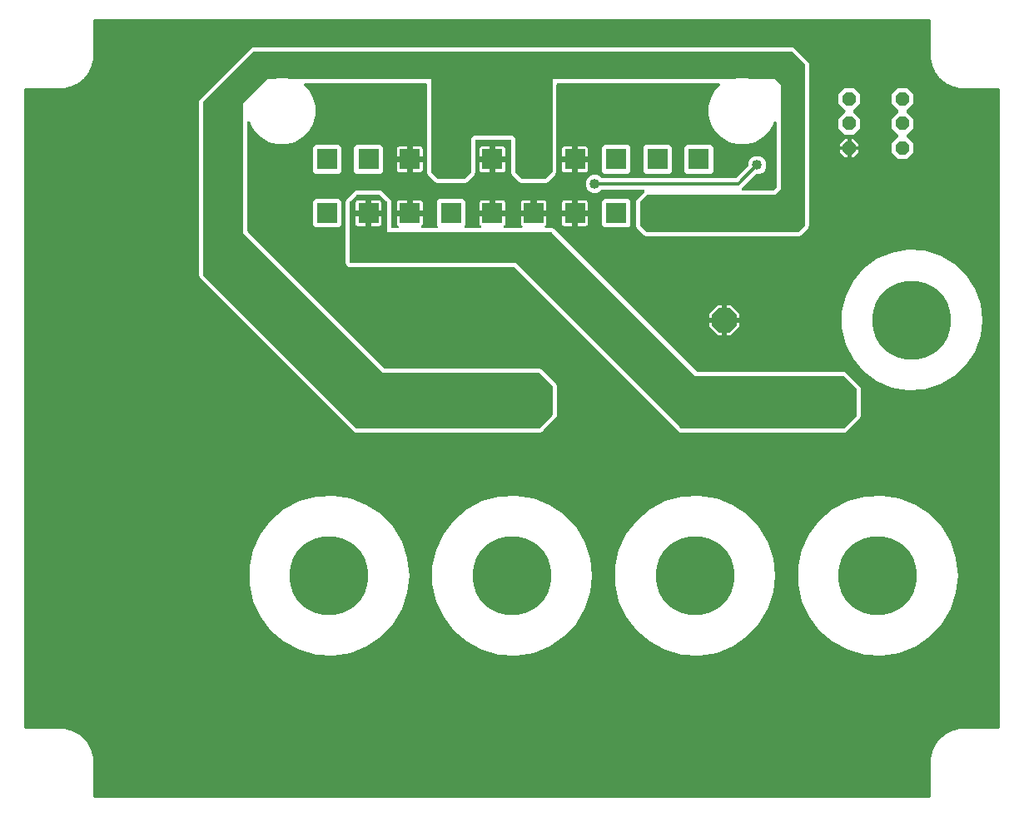
<source format=gbr>
G04 EAGLE Gerber RS-274X export*
G75*
%MOMM*%
%FSLAX34Y34*%
%LPD*%
%INBottom Copper*%
%IPPOS*%
%AMOC8*
5,1,8,0,0,1.08239X$1,22.5*%
G01*
%ADD10P,2.749271X8X202.500000*%
%ADD11C,8.000000*%
%ADD12R,2.100000X2.100000*%
%ADD13P,1.525737X8X112.500000*%
%ADD14C,1.108000*%
%ADD15C,1.016000*%
%ADD16C,1.422400*%
%ADD17C,0.355600*%

G36*
X924438Y4068D02*
X924438Y4068D01*
X924464Y4066D01*
X924611Y4088D01*
X924758Y4105D01*
X924783Y4113D01*
X924809Y4117D01*
X924947Y4172D01*
X925086Y4222D01*
X925108Y4236D01*
X925133Y4246D01*
X925254Y4331D01*
X925379Y4411D01*
X925397Y4430D01*
X925419Y4445D01*
X925518Y4555D01*
X925621Y4662D01*
X925635Y4684D01*
X925652Y4704D01*
X925724Y4834D01*
X925800Y4961D01*
X925808Y4986D01*
X925821Y5009D01*
X925861Y5152D01*
X925906Y5293D01*
X925908Y5319D01*
X925916Y5344D01*
X925935Y5588D01*
X925935Y37916D01*
X925927Y37988D01*
X925928Y38060D01*
X925907Y38160D01*
X925895Y38262D01*
X925871Y38330D01*
X925856Y38401D01*
X925817Y38485D01*
X925931Y40091D01*
X925930Y40130D01*
X925935Y40200D01*
X925935Y43104D01*
X925920Y43241D01*
X925918Y43257D01*
X925935Y43467D01*
X925935Y44485D01*
X926321Y45924D01*
X926324Y45947D01*
X926332Y45968D01*
X926369Y46210D01*
X926381Y46374D01*
X926454Y46498D01*
X926462Y46519D01*
X926469Y46532D01*
X926481Y46573D01*
X926536Y46728D01*
X926764Y47576D01*
X926771Y47629D01*
X926788Y47681D01*
X926797Y47801D01*
X926815Y47921D01*
X926810Y47974D01*
X926814Y48028D01*
X926796Y48148D01*
X926790Y48219D01*
X927267Y49498D01*
X927276Y49534D01*
X927328Y49707D01*
X927644Y51157D01*
X927672Y51193D01*
X927709Y51276D01*
X927755Y51353D01*
X927795Y51465D01*
X927816Y51511D01*
X927822Y51539D01*
X927837Y51584D01*
X928257Y53148D01*
X929244Y54858D01*
X929246Y54862D01*
X929248Y54866D01*
X929352Y55088D01*
X929519Y55536D01*
X929597Y55612D01*
X929732Y55743D01*
X929732Y55744D01*
X929733Y55744D01*
X929733Y55745D01*
X929871Y55945D01*
X930267Y56631D01*
X930282Y56664D01*
X930302Y56694D01*
X930315Y56730D01*
X930328Y56751D01*
X930353Y56828D01*
X930406Y56951D01*
X930412Y56986D01*
X930425Y57020D01*
X930433Y57079D01*
X930434Y57083D01*
X930436Y57098D01*
X930444Y57157D01*
X930462Y57257D01*
X931137Y58159D01*
X931162Y58202D01*
X931237Y58311D01*
X931894Y59448D01*
X931900Y59461D01*
X931912Y59480D01*
X932207Y60020D01*
X932224Y60045D01*
X932253Y60079D01*
X932272Y60115D01*
X932314Y60175D01*
X932741Y60916D01*
X934493Y62667D01*
X934516Y62697D01*
X934635Y62832D01*
X935116Y63474D01*
X935119Y63475D01*
X935135Y63483D01*
X935152Y63488D01*
X935289Y63565D01*
X935427Y63638D01*
X935440Y63650D01*
X935456Y63658D01*
X935642Y63817D01*
X936183Y64358D01*
X936194Y64372D01*
X936208Y64383D01*
X936303Y64508D01*
X936400Y64631D01*
X936407Y64647D01*
X936418Y64661D01*
X936482Y64804D01*
X936516Y64877D01*
X937168Y65365D01*
X937196Y65391D01*
X937333Y65507D01*
X939084Y67259D01*
X939825Y67686D01*
X939912Y67751D01*
X939989Y67798D01*
X940521Y68089D01*
X940533Y68097D01*
X940552Y68106D01*
X941689Y68763D01*
X941730Y68793D01*
X941841Y68863D01*
X942738Y69534D01*
X942739Y69534D01*
X942774Y69541D01*
X942810Y69542D01*
X942944Y69576D01*
X943080Y69604D01*
X943113Y69619D01*
X943148Y69628D01*
X943369Y69733D01*
X944056Y70129D01*
X944196Y70233D01*
X944335Y70336D01*
X944335Y70337D01*
X944443Y70463D01*
X944455Y70477D01*
X944912Y70648D01*
X944916Y70650D01*
X944921Y70651D01*
X945142Y70756D01*
X946851Y71743D01*
X948416Y72163D01*
X948500Y72196D01*
X948587Y72219D01*
X948662Y72260D01*
X948740Y72291D01*
X948814Y72342D01*
X948839Y72355D01*
X950293Y72672D01*
X950329Y72684D01*
X950502Y72733D01*
X951782Y73210D01*
X951783Y73210D01*
X951835Y73197D01*
X951956Y73195D01*
X952076Y73185D01*
X952130Y73193D01*
X952184Y73192D01*
X952413Y73235D01*
X952421Y73236D01*
X952422Y73236D01*
X952424Y73236D01*
X953272Y73464D01*
X953416Y73521D01*
X953563Y73575D01*
X953578Y73585D01*
X953596Y73592D01*
X953637Y73620D01*
X953790Y73631D01*
X953813Y73635D01*
X953835Y73635D01*
X954076Y73679D01*
X955515Y74065D01*
X956533Y74065D01*
X956574Y74069D01*
X956615Y74067D01*
X956705Y74079D01*
X956725Y74074D01*
X956775Y74074D01*
X956896Y74065D01*
X959800Y74065D01*
X959840Y74069D01*
X959909Y74069D01*
X961499Y74182D01*
X961505Y74179D01*
X961604Y74151D01*
X961699Y74114D01*
X961771Y74104D01*
X961840Y74084D01*
X962001Y74071D01*
X962044Y74065D01*
X962060Y74067D01*
X962084Y74065D01*
X994412Y74065D01*
X994438Y74068D01*
X994464Y74066D01*
X994611Y74088D01*
X994758Y74105D01*
X994783Y74113D01*
X994809Y74117D01*
X994947Y74172D01*
X995086Y74222D01*
X995108Y74236D01*
X995133Y74246D01*
X995254Y74331D01*
X995379Y74411D01*
X995397Y74430D01*
X995419Y74445D01*
X995518Y74555D01*
X995621Y74662D01*
X995635Y74684D01*
X995652Y74704D01*
X995724Y74834D01*
X995800Y74961D01*
X995808Y74986D01*
X995821Y75009D01*
X995861Y75152D01*
X995906Y75293D01*
X995908Y75319D01*
X995916Y75344D01*
X995935Y75588D01*
X995935Y724412D01*
X995932Y724438D01*
X995934Y724464D01*
X995912Y724611D01*
X995895Y724758D01*
X995887Y724783D01*
X995883Y724809D01*
X995828Y724947D01*
X995778Y725086D01*
X995764Y725108D01*
X995754Y725133D01*
X995669Y725254D01*
X995589Y725379D01*
X995570Y725397D01*
X995555Y725419D01*
X995445Y725518D01*
X995338Y725621D01*
X995316Y725635D01*
X995296Y725652D01*
X995166Y725724D01*
X995039Y725800D01*
X995014Y725808D01*
X994991Y725821D01*
X994848Y725861D01*
X994707Y725906D01*
X994681Y725908D01*
X994656Y725916D01*
X994412Y725935D01*
X962084Y725935D01*
X962012Y725927D01*
X961940Y725928D01*
X961840Y725907D01*
X961738Y725895D01*
X961670Y725871D01*
X961599Y725856D01*
X961515Y725817D01*
X959909Y725931D01*
X959870Y725930D01*
X959800Y725935D01*
X956896Y725935D01*
X956759Y725920D01*
X956743Y725918D01*
X956533Y725935D01*
X955515Y725935D01*
X954076Y726321D01*
X954053Y726324D01*
X954032Y726332D01*
X953790Y726369D01*
X953626Y726381D01*
X953502Y726454D01*
X953481Y726462D01*
X953468Y726469D01*
X953427Y726481D01*
X953272Y726536D01*
X952424Y726764D01*
X952371Y726771D01*
X952319Y726788D01*
X952199Y726797D01*
X952079Y726815D01*
X952026Y726810D01*
X951972Y726814D01*
X951852Y726796D01*
X951781Y726790D01*
X950502Y727267D01*
X950466Y727276D01*
X950293Y727328D01*
X948843Y727644D01*
X948807Y727672D01*
X948724Y727709D01*
X948647Y727755D01*
X948535Y727795D01*
X948489Y727816D01*
X948461Y727822D01*
X948416Y727837D01*
X946852Y728257D01*
X945142Y729244D01*
X945138Y729246D01*
X945134Y729248D01*
X944912Y729352D01*
X944464Y729519D01*
X944360Y729626D01*
X944257Y729732D01*
X944256Y729732D01*
X944256Y729733D01*
X944255Y729733D01*
X944055Y729871D01*
X943369Y730267D01*
X943336Y730282D01*
X943306Y730302D01*
X943176Y730351D01*
X943049Y730406D01*
X943014Y730412D01*
X942980Y730425D01*
X942843Y730444D01*
X942743Y730462D01*
X941841Y731137D01*
X941798Y731162D01*
X941689Y731237D01*
X940552Y731894D01*
X940539Y731900D01*
X940520Y731912D01*
X939980Y732207D01*
X939955Y732224D01*
X939921Y732253D01*
X939885Y732272D01*
X939825Y732314D01*
X939084Y732741D01*
X937333Y734493D01*
X937303Y734516D01*
X937168Y734635D01*
X936526Y735116D01*
X936525Y735119D01*
X936517Y735135D01*
X936512Y735152D01*
X936435Y735289D01*
X936362Y735427D01*
X936350Y735440D01*
X936342Y735456D01*
X936183Y735642D01*
X935642Y736183D01*
X935628Y736194D01*
X935617Y736208D01*
X935492Y736303D01*
X935369Y736400D01*
X935353Y736407D01*
X935339Y736418D01*
X935196Y736482D01*
X935123Y736516D01*
X934635Y737168D01*
X934609Y737195D01*
X934493Y737333D01*
X932741Y739084D01*
X932314Y739825D01*
X932249Y739912D01*
X932203Y739986D01*
X931911Y740520D01*
X931903Y740532D01*
X931894Y740552D01*
X931237Y741689D01*
X931207Y741729D01*
X931137Y741841D01*
X930466Y742738D01*
X930466Y742739D01*
X930459Y742774D01*
X930458Y742810D01*
X930424Y742944D01*
X930396Y743080D01*
X930381Y743113D01*
X930372Y743148D01*
X930267Y743369D01*
X929871Y744055D01*
X929777Y744183D01*
X929664Y744335D01*
X929663Y744335D01*
X929527Y744451D01*
X929523Y744455D01*
X929352Y744912D01*
X929350Y744916D01*
X929349Y744921D01*
X929281Y745063D01*
X929273Y745085D01*
X929267Y745093D01*
X929244Y745142D01*
X928257Y746852D01*
X927837Y748416D01*
X927804Y748500D01*
X927780Y748588D01*
X927740Y748662D01*
X927709Y748740D01*
X927658Y748815D01*
X927645Y748839D01*
X927328Y750293D01*
X927316Y750329D01*
X927267Y750502D01*
X926790Y751782D01*
X926790Y751783D01*
X926803Y751835D01*
X926805Y751956D01*
X926815Y752076D01*
X926807Y752130D01*
X926808Y752184D01*
X926765Y752413D01*
X926764Y752421D01*
X926764Y752422D01*
X926764Y752424D01*
X926536Y753272D01*
X926479Y753416D01*
X926425Y753563D01*
X926415Y753578D01*
X926408Y753596D01*
X926380Y753637D01*
X926369Y753790D01*
X926365Y753813D01*
X926365Y753835D01*
X926321Y754076D01*
X925935Y755515D01*
X925935Y756533D01*
X925931Y756574D01*
X925933Y756615D01*
X925921Y756705D01*
X925926Y756725D01*
X925926Y756775D01*
X925935Y756896D01*
X925935Y759800D01*
X925931Y759840D01*
X925931Y759909D01*
X925818Y761499D01*
X925821Y761505D01*
X925849Y761604D01*
X925886Y761699D01*
X925896Y761771D01*
X925916Y761840D01*
X925929Y762001D01*
X925935Y762044D01*
X925933Y762060D01*
X925935Y762084D01*
X925935Y794412D01*
X925932Y794438D01*
X925934Y794464D01*
X925912Y794611D01*
X925895Y794758D01*
X925887Y794783D01*
X925883Y794809D01*
X925828Y794947D01*
X925778Y795086D01*
X925764Y795108D01*
X925754Y795133D01*
X925669Y795254D01*
X925589Y795379D01*
X925570Y795397D01*
X925555Y795419D01*
X925445Y795518D01*
X925338Y795621D01*
X925316Y795635D01*
X925296Y795652D01*
X925166Y795724D01*
X925039Y795800D01*
X925014Y795808D01*
X924991Y795821D01*
X924848Y795861D01*
X924707Y795906D01*
X924681Y795908D01*
X924656Y795916D01*
X924412Y795935D01*
X75588Y795935D01*
X75562Y795932D01*
X75536Y795934D01*
X75389Y795912D01*
X75242Y795895D01*
X75217Y795887D01*
X75191Y795883D01*
X75053Y795828D01*
X74914Y795778D01*
X74892Y795764D01*
X74867Y795754D01*
X74746Y795669D01*
X74621Y795589D01*
X74603Y795570D01*
X74581Y795555D01*
X74482Y795445D01*
X74379Y795338D01*
X74365Y795316D01*
X74348Y795296D01*
X74276Y795166D01*
X74200Y795039D01*
X74192Y795014D01*
X74179Y794991D01*
X74139Y794848D01*
X74094Y794707D01*
X74092Y794681D01*
X74084Y794656D01*
X74065Y794412D01*
X74065Y762084D01*
X74073Y762012D01*
X74072Y761940D01*
X74093Y761840D01*
X74105Y761738D01*
X74129Y761670D01*
X74144Y761599D01*
X74183Y761515D01*
X74069Y759909D01*
X74070Y759870D01*
X74065Y759800D01*
X74065Y756896D01*
X74080Y756759D01*
X74082Y756743D01*
X74065Y756533D01*
X74065Y755515D01*
X73679Y754076D01*
X73676Y754053D01*
X73668Y754032D01*
X73631Y753790D01*
X73619Y753626D01*
X73546Y753502D01*
X73538Y753481D01*
X73531Y753468D01*
X73519Y753427D01*
X73464Y753272D01*
X73236Y752424D01*
X73229Y752371D01*
X73212Y752319D01*
X73203Y752199D01*
X73185Y752079D01*
X73190Y752026D01*
X73186Y751972D01*
X73204Y751852D01*
X73210Y751781D01*
X72733Y750502D01*
X72724Y750466D01*
X72672Y750293D01*
X72356Y748843D01*
X72328Y748807D01*
X72291Y748724D01*
X72245Y748647D01*
X72205Y748535D01*
X72184Y748489D01*
X72178Y748460D01*
X72163Y748416D01*
X71743Y746852D01*
X70756Y745142D01*
X70754Y745138D01*
X70752Y745134D01*
X70699Y745020D01*
X70681Y744991D01*
X70673Y744966D01*
X70648Y744912D01*
X70481Y744464D01*
X70374Y744360D01*
X70268Y744257D01*
X70268Y744256D01*
X70267Y744256D01*
X70267Y744255D01*
X70129Y744055D01*
X69733Y743369D01*
X69718Y743336D01*
X69698Y743306D01*
X69649Y743176D01*
X69594Y743049D01*
X69588Y743014D01*
X69575Y742980D01*
X69556Y742843D01*
X69538Y742743D01*
X68863Y741841D01*
X68838Y741798D01*
X68763Y741689D01*
X68106Y740552D01*
X68100Y740539D01*
X68089Y740520D01*
X67793Y739980D01*
X67776Y739955D01*
X67747Y739921D01*
X67728Y739885D01*
X67686Y739825D01*
X67259Y739084D01*
X65507Y737333D01*
X65484Y737303D01*
X65365Y737168D01*
X64884Y736526D01*
X64881Y736525D01*
X64865Y736517D01*
X64848Y736512D01*
X64711Y736435D01*
X64573Y736362D01*
X64560Y736350D01*
X64544Y736342D01*
X64358Y736183D01*
X63817Y735642D01*
X63806Y735628D01*
X63792Y735617D01*
X63697Y735492D01*
X63600Y735369D01*
X63593Y735353D01*
X63582Y735339D01*
X63518Y735196D01*
X63484Y735123D01*
X62832Y734635D01*
X62805Y734609D01*
X62667Y734493D01*
X60916Y732741D01*
X60175Y732314D01*
X60088Y732249D01*
X60014Y732203D01*
X59480Y731911D01*
X59468Y731903D01*
X59448Y731894D01*
X58311Y731237D01*
X58271Y731207D01*
X58159Y731137D01*
X57262Y730466D01*
X57261Y730466D01*
X57226Y730459D01*
X57190Y730458D01*
X57056Y730424D01*
X56920Y730396D01*
X56887Y730381D01*
X56852Y730372D01*
X56631Y730267D01*
X55945Y729871D01*
X55791Y729757D01*
X55665Y729664D01*
X55665Y729663D01*
X55545Y729523D01*
X55088Y729352D01*
X55084Y729350D01*
X55079Y729349D01*
X54858Y729244D01*
X53148Y728257D01*
X51584Y727837D01*
X51500Y727804D01*
X51412Y727780D01*
X51338Y727740D01*
X51260Y727709D01*
X51185Y727658D01*
X51161Y727645D01*
X49707Y727328D01*
X49671Y727316D01*
X49498Y727267D01*
X48218Y726790D01*
X48217Y726790D01*
X48165Y726803D01*
X48044Y726805D01*
X47924Y726815D01*
X47870Y726807D01*
X47816Y726808D01*
X47587Y726765D01*
X47579Y726764D01*
X47578Y726764D01*
X47576Y726764D01*
X46728Y726536D01*
X46584Y726479D01*
X46437Y726425D01*
X46422Y726415D01*
X46404Y726408D01*
X46363Y726380D01*
X46210Y726369D01*
X46187Y726365D01*
X46165Y726365D01*
X45924Y726321D01*
X44485Y725935D01*
X43467Y725935D01*
X43426Y725931D01*
X43385Y725933D01*
X43295Y725921D01*
X43275Y725926D01*
X43225Y725926D01*
X43104Y725935D01*
X40200Y725935D01*
X40160Y725931D01*
X40091Y725931D01*
X38501Y725818D01*
X38495Y725821D01*
X38396Y725849D01*
X38301Y725886D01*
X38229Y725896D01*
X38160Y725916D01*
X37999Y725929D01*
X37956Y725935D01*
X37940Y725933D01*
X37916Y725935D01*
X5588Y725935D01*
X5562Y725932D01*
X5536Y725934D01*
X5389Y725912D01*
X5242Y725895D01*
X5217Y725887D01*
X5191Y725883D01*
X5053Y725828D01*
X4914Y725778D01*
X4892Y725764D01*
X4867Y725754D01*
X4746Y725669D01*
X4621Y725589D01*
X4603Y725570D01*
X4581Y725555D01*
X4482Y725445D01*
X4379Y725338D01*
X4365Y725316D01*
X4348Y725296D01*
X4276Y725166D01*
X4200Y725039D01*
X4192Y725014D01*
X4179Y724991D01*
X4139Y724848D01*
X4094Y724707D01*
X4092Y724681D01*
X4084Y724656D01*
X4065Y724412D01*
X4065Y75588D01*
X4068Y75562D01*
X4066Y75536D01*
X4088Y75389D01*
X4105Y75242D01*
X4113Y75217D01*
X4117Y75191D01*
X4172Y75053D01*
X4222Y74914D01*
X4236Y74892D01*
X4246Y74867D01*
X4331Y74746D01*
X4411Y74621D01*
X4430Y74603D01*
X4445Y74581D01*
X4555Y74482D01*
X4662Y74379D01*
X4684Y74365D01*
X4704Y74348D01*
X4834Y74276D01*
X4961Y74200D01*
X4986Y74192D01*
X5009Y74179D01*
X5152Y74139D01*
X5293Y74094D01*
X5319Y74092D01*
X5344Y74084D01*
X5588Y74065D01*
X37916Y74065D01*
X37988Y74073D01*
X38060Y74072D01*
X38160Y74093D01*
X38262Y74105D01*
X38330Y74129D01*
X38401Y74144D01*
X38485Y74183D01*
X40091Y74069D01*
X40130Y74070D01*
X40200Y74065D01*
X43104Y74065D01*
X43241Y74080D01*
X43257Y74082D01*
X43467Y74065D01*
X44485Y74065D01*
X45924Y73679D01*
X45947Y73676D01*
X45968Y73668D01*
X46210Y73631D01*
X46374Y73619D01*
X46498Y73546D01*
X46519Y73538D01*
X46532Y73531D01*
X46573Y73519D01*
X46728Y73464D01*
X47576Y73236D01*
X47629Y73229D01*
X47681Y73212D01*
X47801Y73203D01*
X47921Y73185D01*
X47974Y73190D01*
X48028Y73186D01*
X48148Y73204D01*
X48219Y73210D01*
X49498Y72733D01*
X49534Y72724D01*
X49707Y72672D01*
X51157Y72356D01*
X51194Y72328D01*
X51276Y72291D01*
X51354Y72245D01*
X51465Y72205D01*
X51511Y72184D01*
X51540Y72178D01*
X51584Y72163D01*
X53149Y71743D01*
X54858Y70756D01*
X54862Y70754D01*
X54866Y70752D01*
X55088Y70648D01*
X55536Y70481D01*
X55624Y70391D01*
X55743Y70268D01*
X55744Y70268D01*
X55744Y70267D01*
X55745Y70267D01*
X55944Y70129D01*
X56631Y69733D01*
X56664Y69718D01*
X56694Y69698D01*
X56824Y69649D01*
X56951Y69594D01*
X56986Y69588D01*
X57020Y69575D01*
X57157Y69556D01*
X57257Y69538D01*
X58159Y68863D01*
X58202Y68838D01*
X58311Y68763D01*
X59448Y68106D01*
X59461Y68101D01*
X59479Y68089D01*
X60020Y67793D01*
X60046Y67776D01*
X60080Y67746D01*
X60116Y67727D01*
X60175Y67686D01*
X60916Y67259D01*
X62667Y65507D01*
X62697Y65484D01*
X62832Y65365D01*
X63474Y64884D01*
X63475Y64881D01*
X63483Y64865D01*
X63488Y64848D01*
X63565Y64711D01*
X63638Y64573D01*
X63650Y64560D01*
X63658Y64544D01*
X63817Y64358D01*
X64358Y63817D01*
X64372Y63806D01*
X64383Y63792D01*
X64508Y63697D01*
X64631Y63600D01*
X64647Y63593D01*
X64661Y63582D01*
X64804Y63518D01*
X64877Y63484D01*
X65365Y62832D01*
X65391Y62804D01*
X65507Y62667D01*
X67259Y60916D01*
X67686Y60175D01*
X67751Y60088D01*
X67798Y60011D01*
X68089Y59479D01*
X68097Y59467D01*
X68106Y59448D01*
X68763Y58311D01*
X68793Y58271D01*
X68863Y58159D01*
X69534Y57262D01*
X69534Y57261D01*
X69541Y57226D01*
X69542Y57190D01*
X69576Y57056D01*
X69584Y57016D01*
X69589Y56982D01*
X69593Y56972D01*
X69604Y56920D01*
X69619Y56887D01*
X69628Y56852D01*
X69709Y56682D01*
X69718Y56658D01*
X69724Y56649D01*
X69733Y56631D01*
X70129Y55944D01*
X70239Y55796D01*
X70336Y55665D01*
X70337Y55665D01*
X70476Y55547D01*
X70477Y55545D01*
X70648Y55088D01*
X70650Y55084D01*
X70651Y55079D01*
X70756Y54858D01*
X71743Y53148D01*
X72163Y51584D01*
X72196Y51500D01*
X72220Y51412D01*
X72260Y51338D01*
X72291Y51260D01*
X72342Y51185D01*
X72355Y51161D01*
X72672Y49707D01*
X72684Y49671D01*
X72733Y49498D01*
X73210Y48218D01*
X73210Y48217D01*
X73197Y48165D01*
X73195Y48044D01*
X73185Y47924D01*
X73193Y47870D01*
X73192Y47816D01*
X73235Y47587D01*
X73236Y47579D01*
X73236Y47578D01*
X73236Y47576D01*
X73464Y46728D01*
X73521Y46584D01*
X73575Y46437D01*
X73585Y46422D01*
X73592Y46404D01*
X73620Y46363D01*
X73631Y46210D01*
X73635Y46187D01*
X73635Y46165D01*
X73679Y45924D01*
X74065Y44485D01*
X74065Y43467D01*
X74069Y43426D01*
X74067Y43385D01*
X74079Y43295D01*
X74074Y43275D01*
X74074Y43225D01*
X74065Y43104D01*
X74065Y40200D01*
X74069Y40160D01*
X74069Y40091D01*
X74182Y38501D01*
X74179Y38495D01*
X74151Y38396D01*
X74114Y38301D01*
X74104Y38229D01*
X74084Y38160D01*
X74071Y37999D01*
X74065Y37956D01*
X74067Y37940D01*
X74065Y37916D01*
X74065Y5588D01*
X74068Y5562D01*
X74066Y5536D01*
X74088Y5389D01*
X74105Y5242D01*
X74113Y5217D01*
X74117Y5191D01*
X74172Y5053D01*
X74222Y4914D01*
X74236Y4892D01*
X74246Y4867D01*
X74331Y4746D01*
X74411Y4621D01*
X74430Y4603D01*
X74445Y4581D01*
X74555Y4482D01*
X74662Y4379D01*
X74684Y4365D01*
X74704Y4348D01*
X74834Y4276D01*
X74961Y4200D01*
X74986Y4192D01*
X75009Y4179D01*
X75152Y4139D01*
X75293Y4094D01*
X75319Y4092D01*
X75344Y4084D01*
X75588Y4065D01*
X924412Y4065D01*
X924438Y4068D01*
G37*
%LPC*%
G36*
X526998Y375311D02*
X526998Y375311D01*
X526997Y375311D01*
X525619Y375311D01*
X525609Y375312D01*
X342921Y375411D01*
X342920Y375411D01*
X341787Y375411D01*
X340763Y375836D01*
X340762Y375836D01*
X339733Y376263D01*
X338932Y377064D01*
X338932Y377065D01*
X338931Y377065D01*
X184248Y531748D01*
X182462Y533534D01*
X181611Y535588D01*
X181611Y712212D01*
X182462Y714266D01*
X234834Y766638D01*
X236888Y767489D01*
X785212Y767489D01*
X787266Y766638D01*
X801538Y752366D01*
X802389Y750312D01*
X802389Y586163D01*
X801538Y584109D01*
X793616Y576187D01*
X791562Y575336D01*
X636938Y575336D01*
X634884Y576187D01*
X626962Y584109D01*
X626111Y586163D01*
X626111Y610612D01*
X626962Y612666D01*
X633098Y618801D01*
X634503Y620207D01*
X634566Y620286D01*
X634635Y620358D01*
X634674Y620422D01*
X634720Y620480D01*
X634763Y620571D01*
X634814Y620657D01*
X634837Y620728D01*
X634869Y620795D01*
X634890Y620893D01*
X634921Y620989D01*
X634927Y621063D01*
X634942Y621136D01*
X634940Y621236D01*
X634949Y621336D01*
X634937Y621410D01*
X634936Y621484D01*
X634912Y621581D01*
X634897Y621681D01*
X634869Y621750D01*
X634851Y621822D01*
X634805Y621911D01*
X634768Y622005D01*
X634726Y622066D01*
X634692Y622132D01*
X634626Y622208D01*
X634569Y622291D01*
X634514Y622341D01*
X634466Y622397D01*
X634385Y622457D01*
X634310Y622524D01*
X634245Y622560D01*
X634185Y622605D01*
X634093Y622644D01*
X634005Y622693D01*
X633934Y622713D01*
X633865Y622743D01*
X633767Y622760D01*
X633670Y622788D01*
X633570Y622796D01*
X633522Y622804D01*
X633487Y622802D01*
X633426Y622807D01*
X591921Y622807D01*
X591795Y622793D01*
X591669Y622786D01*
X591623Y622773D01*
X591575Y622767D01*
X591456Y622725D01*
X591334Y622690D01*
X591292Y622666D01*
X591247Y622650D01*
X591140Y622581D01*
X591030Y622520D01*
X590984Y622480D01*
X590954Y622461D01*
X590920Y622426D01*
X590844Y622361D01*
X589380Y620898D01*
X586019Y619505D01*
X582381Y619505D01*
X579020Y620898D01*
X576448Y623470D01*
X575055Y626831D01*
X575055Y630469D01*
X576448Y633830D01*
X579020Y636402D01*
X582381Y637795D01*
X586019Y637795D01*
X589380Y636402D01*
X590844Y634939D01*
X590943Y634860D01*
X591037Y634776D01*
X591079Y634752D01*
X591117Y634722D01*
X591231Y634668D01*
X591342Y634607D01*
X591388Y634594D01*
X591432Y634573D01*
X591555Y634547D01*
X591677Y634512D01*
X591738Y634507D01*
X591773Y634500D01*
X591821Y634501D01*
X591921Y634493D01*
X727199Y634493D01*
X727324Y634507D01*
X727451Y634514D01*
X727497Y634527D01*
X727545Y634533D01*
X727664Y634575D01*
X727786Y634610D01*
X727828Y634634D01*
X727873Y634650D01*
X727979Y634719D01*
X728090Y634780D01*
X728136Y634820D01*
X728166Y634839D01*
X728200Y634874D01*
X728276Y634939D01*
X739709Y646372D01*
X739788Y646471D01*
X739872Y646565D01*
X739896Y646607D01*
X739926Y646645D01*
X739980Y646759D01*
X740041Y646870D01*
X740054Y646916D01*
X740075Y646960D01*
X740101Y647083D01*
X740136Y647205D01*
X740141Y647266D01*
X740148Y647301D01*
X740147Y647349D01*
X740155Y647449D01*
X740155Y649519D01*
X741548Y652880D01*
X744120Y655452D01*
X747481Y656845D01*
X751119Y656845D01*
X754480Y655452D01*
X757052Y652880D01*
X758445Y649519D01*
X758445Y645881D01*
X757052Y642520D01*
X754480Y639948D01*
X751119Y638555D01*
X749049Y638555D01*
X748924Y638541D01*
X748797Y638534D01*
X748751Y638521D01*
X748703Y638515D01*
X748584Y638473D01*
X748462Y638438D01*
X748420Y638414D01*
X748375Y638398D01*
X748268Y638329D01*
X748158Y638268D01*
X748112Y638228D01*
X748082Y638209D01*
X748048Y638174D01*
X747972Y638109D01*
X733902Y624039D01*
X733840Y623961D01*
X733770Y623888D01*
X733732Y623824D01*
X733685Y623766D01*
X733642Y623675D01*
X733591Y623589D01*
X733568Y623518D01*
X733536Y623451D01*
X733515Y623353D01*
X733485Y623257D01*
X733479Y623183D01*
X733463Y623110D01*
X733465Y623010D01*
X733457Y622910D01*
X733468Y622836D01*
X733469Y622762D01*
X733493Y622665D01*
X733508Y622565D01*
X733536Y622496D01*
X733554Y622424D01*
X733600Y622334D01*
X733637Y622241D01*
X733680Y622180D01*
X733714Y622114D01*
X733779Y622037D01*
X733836Y621955D01*
X733891Y621905D01*
X733939Y621849D01*
X734020Y621789D01*
X734095Y621722D01*
X734160Y621686D01*
X734220Y621641D01*
X734312Y621602D01*
X734400Y621553D01*
X734472Y621533D01*
X734540Y621503D01*
X734639Y621486D01*
X734735Y621458D01*
X734835Y621450D01*
X734883Y621442D01*
X734919Y621444D01*
X734979Y621439D01*
X765279Y621439D01*
X765405Y621453D01*
X765531Y621460D01*
X765577Y621473D01*
X765625Y621479D01*
X765744Y621521D01*
X765866Y621556D01*
X765908Y621580D01*
X765953Y621596D01*
X766060Y621665D01*
X766170Y621726D01*
X766216Y621766D01*
X766246Y621785D01*
X766280Y621820D01*
X766356Y621885D01*
X768540Y624069D01*
X768619Y624168D01*
X768703Y624262D01*
X768727Y624304D01*
X768757Y624342D01*
X768811Y624456D01*
X768872Y624567D01*
X768885Y624613D01*
X768906Y624657D01*
X768932Y624780D01*
X768967Y624902D01*
X768972Y624963D01*
X768979Y624998D01*
X768978Y625046D01*
X768986Y625146D01*
X768986Y690384D01*
X768969Y690533D01*
X768957Y690682D01*
X768949Y690706D01*
X768946Y690731D01*
X768896Y690872D01*
X768850Y691014D01*
X768837Y691035D01*
X768829Y691059D01*
X768748Y691185D01*
X768671Y691313D01*
X768653Y691331D01*
X768640Y691351D01*
X768532Y691455D01*
X768428Y691563D01*
X768407Y691576D01*
X768389Y691594D01*
X768261Y691670D01*
X768135Y691751D01*
X768111Y691760D01*
X768090Y691772D01*
X767948Y691818D01*
X767807Y691868D01*
X767782Y691871D01*
X767758Y691879D01*
X767609Y691891D01*
X767460Y691908D01*
X767436Y691905D01*
X767411Y691907D01*
X767263Y691884D01*
X767114Y691867D01*
X767091Y691859D01*
X767066Y691855D01*
X766927Y691800D01*
X766786Y691749D01*
X766765Y691735D01*
X766742Y691726D01*
X766619Y691641D01*
X766494Y691559D01*
X766477Y691541D01*
X766456Y691527D01*
X766356Y691416D01*
X766252Y691308D01*
X766239Y691287D01*
X766223Y691269D01*
X766150Y691137D01*
X766074Y691009D01*
X766064Y690981D01*
X766054Y690963D01*
X766041Y690918D01*
X765992Y690779D01*
X765743Y689852D01*
X761259Y682084D01*
X754916Y675741D01*
X747148Y671257D01*
X738485Y668935D01*
X729515Y668935D01*
X720852Y671257D01*
X713084Y675741D01*
X706741Y682084D01*
X702257Y689852D01*
X699935Y698515D01*
X699935Y707485D01*
X702257Y716148D01*
X706741Y723916D01*
X711136Y728311D01*
X711198Y728389D01*
X711268Y728462D01*
X711307Y728526D01*
X711353Y728584D01*
X711396Y728675D01*
X711447Y728761D01*
X711470Y728832D01*
X711502Y728899D01*
X711523Y728997D01*
X711553Y729093D01*
X711559Y729167D01*
X711575Y729240D01*
X711573Y729340D01*
X711581Y729440D01*
X711570Y729514D01*
X711569Y729588D01*
X711545Y729685D01*
X711530Y729785D01*
X711502Y729854D01*
X711484Y729926D01*
X711438Y730016D01*
X711401Y730109D01*
X711359Y730170D01*
X711324Y730236D01*
X711259Y730313D01*
X711202Y730395D01*
X711147Y730445D01*
X711099Y730501D01*
X711018Y730561D01*
X710943Y730628D01*
X710878Y730664D01*
X710818Y730709D01*
X710726Y730748D01*
X710638Y730797D01*
X710567Y730817D01*
X710498Y730847D01*
X710400Y730864D01*
X710303Y730892D01*
X710203Y730900D01*
X710155Y730908D01*
X710120Y730906D01*
X710059Y730911D01*
X546737Y730911D01*
X546711Y730908D01*
X546685Y730910D01*
X546538Y730888D01*
X546391Y730871D01*
X546366Y730863D01*
X546340Y730859D01*
X546202Y730804D01*
X546063Y730754D01*
X546041Y730740D01*
X546016Y730730D01*
X545895Y730645D01*
X545770Y730565D01*
X545752Y730546D01*
X545730Y730531D01*
X545631Y730421D01*
X545528Y730314D01*
X545514Y730292D01*
X545497Y730272D01*
X545425Y730142D01*
X545349Y730015D01*
X545341Y729990D01*
X545328Y729967D01*
X545288Y729824D01*
X545243Y729683D01*
X545241Y729657D01*
X545233Y729632D01*
X545214Y729388D01*
X545214Y640138D01*
X544363Y638084D01*
X536441Y630162D01*
X534387Y629311D01*
X509938Y629311D01*
X507884Y630162D01*
X499962Y638084D01*
X499111Y640138D01*
X499111Y672238D01*
X499108Y672264D01*
X499110Y672290D01*
X499088Y672437D01*
X499071Y672584D01*
X499063Y672609D01*
X499059Y672635D01*
X499004Y672773D01*
X498954Y672912D01*
X498940Y672934D01*
X498930Y672959D01*
X498845Y673080D01*
X498765Y673205D01*
X498746Y673223D01*
X498731Y673245D01*
X498621Y673344D01*
X498514Y673447D01*
X498492Y673461D01*
X498472Y673478D01*
X498342Y673550D01*
X498215Y673626D01*
X498190Y673634D01*
X498167Y673647D01*
X498024Y673687D01*
X497883Y673732D01*
X497857Y673734D01*
X497832Y673742D01*
X497588Y673761D01*
X464187Y673761D01*
X464161Y673758D01*
X464135Y673760D01*
X463988Y673738D01*
X463841Y673721D01*
X463816Y673713D01*
X463790Y673709D01*
X463652Y673654D01*
X463513Y673604D01*
X463491Y673590D01*
X463466Y673580D01*
X463345Y673495D01*
X463220Y673415D01*
X463202Y673396D01*
X463180Y673381D01*
X463081Y673271D01*
X462978Y673164D01*
X462964Y673142D01*
X462947Y673122D01*
X462875Y672992D01*
X462799Y672865D01*
X462791Y672840D01*
X462778Y672817D01*
X462738Y672674D01*
X462693Y672533D01*
X462691Y672507D01*
X462683Y672482D01*
X462664Y672238D01*
X462664Y640138D01*
X461813Y638084D01*
X453891Y630162D01*
X451837Y629311D01*
X424213Y629311D01*
X422159Y630162D01*
X414237Y638084D01*
X413386Y640138D01*
X413386Y729388D01*
X413383Y729414D01*
X413385Y729440D01*
X413363Y729587D01*
X413346Y729734D01*
X413338Y729759D01*
X413334Y729785D01*
X413279Y729923D01*
X413229Y730062D01*
X413215Y730084D01*
X413205Y730109D01*
X413120Y730230D01*
X413040Y730355D01*
X413021Y730373D01*
X413006Y730395D01*
X412896Y730494D01*
X412789Y730597D01*
X412767Y730611D01*
X412747Y730628D01*
X412617Y730700D01*
X412490Y730776D01*
X412465Y730784D01*
X412442Y730797D01*
X412299Y730837D01*
X412158Y730882D01*
X412132Y730884D01*
X412107Y730892D01*
X411863Y730911D01*
X289941Y730911D01*
X289841Y730900D01*
X289741Y730898D01*
X289669Y730880D01*
X289595Y730871D01*
X289500Y730838D01*
X289403Y730813D01*
X289337Y730779D01*
X289267Y730754D01*
X289182Y730699D01*
X289093Y730653D01*
X289036Y730605D01*
X288974Y730565D01*
X288904Y730493D01*
X288828Y730428D01*
X288783Y730368D01*
X288732Y730314D01*
X288680Y730228D01*
X288620Y730147D01*
X288591Y730079D01*
X288553Y730015D01*
X288522Y729919D01*
X288482Y729827D01*
X288469Y729754D01*
X288447Y729683D01*
X288439Y729583D01*
X288421Y729484D01*
X288425Y729410D01*
X288419Y729336D01*
X288434Y729236D01*
X288439Y729136D01*
X288459Y729065D01*
X288470Y728991D01*
X288507Y728898D01*
X288535Y728801D01*
X288572Y728736D01*
X288599Y728667D01*
X288656Y728585D01*
X288705Y728497D01*
X288771Y728421D01*
X288798Y728381D01*
X288824Y728357D01*
X288864Y728311D01*
X293259Y723916D01*
X297743Y716148D01*
X300065Y707485D01*
X300065Y698515D01*
X297743Y689852D01*
X293259Y682084D01*
X286916Y675741D01*
X279148Y671257D01*
X270485Y668935D01*
X261515Y668935D01*
X252852Y671257D01*
X245084Y675741D01*
X238741Y682084D01*
X234257Y689852D01*
X233883Y691245D01*
X233828Y691384D01*
X233778Y691525D01*
X233764Y691546D01*
X233755Y691569D01*
X233670Y691692D01*
X233589Y691818D01*
X233571Y691835D01*
X233557Y691856D01*
X233446Y691956D01*
X233338Y692060D01*
X233317Y692073D01*
X233298Y692090D01*
X233167Y692162D01*
X233039Y692239D01*
X233015Y692247D01*
X232994Y692259D01*
X232849Y692300D01*
X232707Y692345D01*
X232682Y692347D01*
X232658Y692354D01*
X232509Y692361D01*
X232360Y692373D01*
X232335Y692369D01*
X232310Y692371D01*
X232164Y692344D01*
X232015Y692321D01*
X231992Y692312D01*
X231968Y692308D01*
X231830Y692248D01*
X231691Y692193D01*
X231671Y692179D01*
X231648Y692169D01*
X231528Y692079D01*
X231405Y691994D01*
X231388Y691975D01*
X231369Y691961D01*
X231272Y691846D01*
X231172Y691735D01*
X231160Y691713D01*
X231144Y691694D01*
X231076Y691561D01*
X231003Y691430D01*
X230996Y691406D01*
X230985Y691384D01*
X230949Y691239D01*
X230908Y691095D01*
X230906Y691065D01*
X230901Y691046D01*
X230901Y690998D01*
X230889Y690851D01*
X230889Y580921D01*
X230903Y580795D01*
X230910Y580669D01*
X230923Y580623D01*
X230929Y580575D01*
X230971Y580456D01*
X231006Y580334D01*
X231030Y580292D01*
X231046Y580247D01*
X231115Y580140D01*
X231176Y580030D01*
X231216Y579984D01*
X231235Y579954D01*
X231270Y579920D01*
X231335Y579844D01*
X370169Y441010D01*
X370268Y440931D01*
X370362Y440847D01*
X370404Y440823D01*
X370442Y440793D01*
X370556Y440739D01*
X370667Y440678D01*
X370713Y440665D01*
X370757Y440644D01*
X370880Y440618D01*
X371002Y440583D01*
X371063Y440578D01*
X371098Y440571D01*
X371146Y440572D01*
X371246Y440564D01*
X525768Y440564D01*
X525869Y440575D01*
X527168Y440564D01*
X527173Y440564D01*
X527181Y440564D01*
X528287Y440564D01*
X529305Y440131D01*
X529311Y440130D01*
X529318Y440126D01*
X530340Y439703D01*
X531115Y438914D01*
X531119Y438911D01*
X531124Y438904D01*
X532015Y438013D01*
X532105Y437906D01*
X543690Y426114D01*
X543694Y426110D01*
X543700Y426104D01*
X544481Y425323D01*
X544895Y424298D01*
X544898Y424293D01*
X544900Y424286D01*
X545324Y423263D01*
X545314Y422157D01*
X545314Y422152D01*
X545314Y422144D01*
X545314Y392488D01*
X544463Y390434D01*
X542677Y388648D01*
X531976Y377947D01*
X531971Y377942D01*
X531965Y377935D01*
X531960Y377931D01*
X531957Y377927D01*
X530960Y376931D01*
X530959Y376931D01*
X530190Y376161D01*
X529147Y375730D01*
X529146Y375729D01*
X528135Y375311D01*
X526998Y375311D01*
G37*
%LPD*%
G36*
X527150Y379391D02*
X527150Y379391D01*
X527277Y379398D01*
X527323Y379411D01*
X527370Y379416D01*
X527490Y379459D01*
X527612Y379494D01*
X527654Y379518D01*
X527699Y379534D01*
X527805Y379602D01*
X527916Y379664D01*
X527962Y379703D01*
X527991Y379723D01*
X528025Y379757D01*
X528102Y379823D01*
X540802Y392523D01*
X540881Y392622D01*
X540965Y392716D01*
X540989Y392758D01*
X541019Y392796D01*
X541073Y392910D01*
X541134Y393021D01*
X541147Y393067D01*
X541168Y393111D01*
X541194Y393234D01*
X541229Y393356D01*
X541234Y393417D01*
X541241Y393452D01*
X541240Y393500D01*
X541248Y393600D01*
X541248Y422175D01*
X541235Y422294D01*
X541229Y422413D01*
X541215Y422467D01*
X541208Y422521D01*
X541168Y422634D01*
X541136Y422749D01*
X541109Y422797D01*
X541091Y422849D01*
X541026Y422950D01*
X540968Y423055D01*
X540923Y423109D01*
X540902Y423142D01*
X540869Y423174D01*
X540812Y423243D01*
X528237Y436043D01*
X528133Y436126D01*
X528034Y436215D01*
X527998Y436235D01*
X527966Y436262D01*
X527846Y436319D01*
X527729Y436384D01*
X527689Y436395D01*
X527652Y436413D01*
X527522Y436442D01*
X527394Y436479D01*
X527342Y436483D01*
X527312Y436490D01*
X527262Y436489D01*
X527150Y436498D01*
X368931Y436498D01*
X226823Y578606D01*
X226823Y710469D01*
X239287Y722933D01*
X239335Y722993D01*
X239390Y723047D01*
X239474Y723168D01*
X239503Y723206D01*
X239512Y723223D01*
X239529Y723248D01*
X239555Y723293D01*
X245707Y729445D01*
X245752Y729471D01*
X245814Y729517D01*
X245881Y729555D01*
X245993Y729650D01*
X246032Y729679D01*
X246045Y729694D01*
X246067Y729713D01*
X251331Y734977D01*
X257448Y734977D01*
X257524Y734986D01*
X257602Y734985D01*
X257747Y735011D01*
X257794Y735017D01*
X257813Y735023D01*
X257842Y735029D01*
X261649Y736049D01*
X270351Y736049D01*
X274158Y735029D01*
X274234Y735017D01*
X274308Y734996D01*
X274456Y734985D01*
X274503Y734978D01*
X274522Y734979D01*
X274552Y734977D01*
X417452Y734977D01*
X417452Y641250D01*
X417466Y641124D01*
X417473Y640998D01*
X417486Y640952D01*
X417492Y640904D01*
X417534Y640785D01*
X417569Y640663D01*
X417593Y640621D01*
X417609Y640576D01*
X417678Y640469D01*
X417739Y640359D01*
X417779Y640313D01*
X417798Y640283D01*
X417833Y640249D01*
X417898Y640173D01*
X424248Y633823D01*
X424347Y633744D01*
X424441Y633660D01*
X424483Y633636D01*
X424521Y633606D01*
X424635Y633552D01*
X424746Y633491D01*
X424792Y633478D01*
X424836Y633457D01*
X424959Y633431D01*
X425081Y633396D01*
X425142Y633392D01*
X425177Y633384D01*
X425225Y633385D01*
X425325Y633377D01*
X450725Y633377D01*
X450851Y633391D01*
X450977Y633398D01*
X451023Y633411D01*
X451071Y633417D01*
X451190Y633459D01*
X451312Y633494D01*
X451354Y633518D01*
X451399Y633534D01*
X451506Y633603D01*
X451616Y633664D01*
X451662Y633704D01*
X451692Y633723D01*
X451726Y633758D01*
X451802Y633823D01*
X458152Y640173D01*
X458231Y640272D01*
X458315Y640366D01*
X458339Y640408D01*
X458369Y640446D01*
X458423Y640560D01*
X458484Y640671D01*
X458497Y640717D01*
X458518Y640761D01*
X458544Y640884D01*
X458579Y641006D01*
X458584Y641067D01*
X458591Y641102D01*
X458590Y641150D01*
X458598Y641250D01*
X458598Y675544D01*
X460881Y677827D01*
X500894Y677827D01*
X503177Y675544D01*
X503177Y641250D01*
X503191Y641124D01*
X503198Y640998D01*
X503211Y640952D01*
X503217Y640904D01*
X503259Y640785D01*
X503294Y640663D01*
X503318Y640621D01*
X503334Y640576D01*
X503403Y640469D01*
X503464Y640359D01*
X503504Y640313D01*
X503523Y640283D01*
X503558Y640249D01*
X503623Y640173D01*
X509973Y633823D01*
X510072Y633744D01*
X510166Y633660D01*
X510208Y633636D01*
X510246Y633606D01*
X510360Y633552D01*
X510471Y633491D01*
X510517Y633478D01*
X510561Y633457D01*
X510684Y633431D01*
X510806Y633396D01*
X510867Y633392D01*
X510902Y633384D01*
X510950Y633385D01*
X511050Y633377D01*
X533275Y633377D01*
X533401Y633391D01*
X533527Y633398D01*
X533573Y633411D01*
X533621Y633417D01*
X533740Y633459D01*
X533862Y633494D01*
X533904Y633518D01*
X533949Y633534D01*
X534056Y633603D01*
X534166Y633664D01*
X534212Y633704D01*
X534242Y633723D01*
X534276Y633758D01*
X534352Y633823D01*
X540702Y640173D01*
X540781Y640272D01*
X540865Y640366D01*
X540889Y640408D01*
X540919Y640446D01*
X540973Y640560D01*
X541034Y640671D01*
X541047Y640717D01*
X541068Y640761D01*
X541094Y640884D01*
X541129Y641006D01*
X541134Y641067D01*
X541141Y641102D01*
X541140Y641150D01*
X541148Y641250D01*
X541148Y734977D01*
X725448Y734977D01*
X725524Y734986D01*
X725602Y734985D01*
X725747Y735011D01*
X725794Y735017D01*
X725813Y735023D01*
X725842Y735029D01*
X729649Y736049D01*
X738351Y736049D01*
X742158Y735029D01*
X742234Y735017D01*
X742308Y734996D01*
X742456Y734985D01*
X742503Y734978D01*
X742522Y734979D01*
X742552Y734977D01*
X767594Y734977D01*
X773052Y729519D01*
X773052Y622831D01*
X767594Y617373D01*
X638050Y617373D01*
X637924Y617359D01*
X637798Y617352D01*
X637752Y617339D01*
X637704Y617333D01*
X637585Y617291D01*
X637463Y617256D01*
X637421Y617232D01*
X637376Y617216D01*
X637269Y617147D01*
X637159Y617086D01*
X637113Y617046D01*
X637083Y617027D01*
X637049Y616992D01*
X636973Y616927D01*
X630623Y610577D01*
X630544Y610478D01*
X630460Y610384D01*
X630436Y610342D01*
X630406Y610304D01*
X630352Y610190D01*
X630291Y610079D01*
X630278Y610033D01*
X630257Y609989D01*
X630231Y609866D01*
X630196Y609744D01*
X630192Y609683D01*
X630184Y609648D01*
X630185Y609600D01*
X630177Y609500D01*
X630177Y587275D01*
X630191Y587149D01*
X630198Y587023D01*
X630211Y586977D01*
X630217Y586929D01*
X630259Y586810D01*
X630294Y586688D01*
X630318Y586646D01*
X630334Y586601D01*
X630403Y586494D01*
X630464Y586384D01*
X630504Y586338D01*
X630523Y586308D01*
X630558Y586274D01*
X630623Y586198D01*
X636973Y579848D01*
X637072Y579769D01*
X637166Y579685D01*
X637208Y579661D01*
X637246Y579631D01*
X637360Y579577D01*
X637471Y579516D01*
X637517Y579503D01*
X637561Y579482D01*
X637684Y579456D01*
X637806Y579421D01*
X637867Y579417D01*
X637902Y579409D01*
X637950Y579410D01*
X638050Y579402D01*
X790450Y579402D01*
X790576Y579416D01*
X790702Y579423D01*
X790748Y579436D01*
X790796Y579442D01*
X790915Y579484D01*
X791037Y579519D01*
X791079Y579543D01*
X791124Y579559D01*
X791231Y579628D01*
X791341Y579689D01*
X791387Y579729D01*
X791417Y579748D01*
X791451Y579783D01*
X791527Y579848D01*
X797877Y586198D01*
X797956Y586297D01*
X798040Y586391D01*
X798064Y586433D01*
X798094Y586471D01*
X798148Y586585D01*
X798209Y586696D01*
X798222Y586742D01*
X798243Y586786D01*
X798269Y586909D01*
X798304Y587031D01*
X798309Y587092D01*
X798316Y587127D01*
X798315Y587175D01*
X798323Y587275D01*
X798323Y749200D01*
X798309Y749326D01*
X798302Y749452D01*
X798289Y749498D01*
X798283Y749546D01*
X798241Y749665D01*
X798206Y749787D01*
X798182Y749829D01*
X798166Y749874D01*
X798097Y749981D01*
X798036Y750091D01*
X797996Y750137D01*
X797977Y750167D01*
X797942Y750201D01*
X797877Y750277D01*
X785177Y762977D01*
X785078Y763056D01*
X784984Y763140D01*
X784942Y763164D01*
X784904Y763194D01*
X784790Y763248D01*
X784679Y763309D01*
X784633Y763322D01*
X784589Y763343D01*
X784466Y763369D01*
X784344Y763404D01*
X784283Y763409D01*
X784248Y763416D01*
X784200Y763415D01*
X784100Y763423D01*
X238000Y763423D01*
X237874Y763409D01*
X237748Y763402D01*
X237702Y763389D01*
X237654Y763383D01*
X237535Y763341D01*
X237413Y763306D01*
X237371Y763282D01*
X237326Y763266D01*
X237219Y763197D01*
X237109Y763136D01*
X237063Y763096D01*
X237033Y763077D01*
X236999Y763042D01*
X236923Y762977D01*
X186123Y712177D01*
X186044Y712078D01*
X185960Y711984D01*
X185936Y711942D01*
X185906Y711904D01*
X185852Y711790D01*
X185791Y711679D01*
X185778Y711633D01*
X185757Y711589D01*
X185731Y711466D01*
X185696Y711344D01*
X185692Y711283D01*
X185684Y711248D01*
X185685Y711200D01*
X185677Y711100D01*
X185677Y536700D01*
X185691Y536574D01*
X185698Y536448D01*
X185711Y536402D01*
X185717Y536354D01*
X185759Y536235D01*
X185794Y536113D01*
X185818Y536071D01*
X185834Y536026D01*
X185903Y535919D01*
X185964Y535809D01*
X186004Y535763D01*
X186023Y535733D01*
X186058Y535699D01*
X186123Y535623D01*
X341823Y379923D01*
X341921Y379845D01*
X342015Y379760D01*
X342058Y379737D01*
X342096Y379706D01*
X342210Y379652D01*
X342320Y379591D01*
X342367Y379578D01*
X342411Y379557D01*
X342534Y379531D01*
X342655Y379497D01*
X342717Y379492D01*
X342752Y379484D01*
X342800Y379485D01*
X342899Y379477D01*
X527024Y379377D01*
X527150Y379391D01*
G37*
%LPC*%
G36*
X836283Y375311D02*
X836283Y375311D01*
X836282Y375311D01*
X834895Y375311D01*
X834884Y375312D01*
X673110Y375411D01*
X673109Y375411D01*
X671987Y375411D01*
X670952Y375840D01*
X670952Y375841D01*
X669933Y376263D01*
X669133Y377063D01*
X669133Y377064D01*
X502956Y543240D01*
X502857Y543319D01*
X502763Y543403D01*
X502721Y543427D01*
X502683Y543457D01*
X502569Y543511D01*
X502458Y543572D01*
X502412Y543585D01*
X502368Y543606D01*
X502245Y543632D01*
X502123Y543667D01*
X502062Y543672D01*
X502027Y543679D01*
X501979Y543678D01*
X501879Y543686D01*
X336557Y543686D01*
X336556Y543686D01*
X336554Y543686D01*
X335444Y543684D01*
X334417Y544109D01*
X334416Y544110D01*
X334415Y544110D01*
X333389Y544533D01*
X332609Y545313D01*
X332608Y545313D01*
X332606Y545315D01*
X331814Y546104D01*
X331391Y547125D01*
X331391Y547126D01*
X331390Y547128D01*
X330961Y548157D01*
X330961Y549261D01*
X330961Y549262D01*
X330961Y549264D01*
X330839Y608081D01*
X330839Y608085D01*
X330839Y608088D01*
X330836Y608112D01*
X330836Y609500D01*
X330836Y609501D01*
X330836Y609503D01*
X330834Y610606D01*
X331259Y611633D01*
X331260Y611634D01*
X331260Y611636D01*
X331683Y612661D01*
X332463Y613441D01*
X332464Y613443D01*
X332465Y613444D01*
X333441Y614424D01*
X333468Y614447D01*
X339609Y620588D01*
X341663Y621439D01*
X366112Y621439D01*
X368166Y620588D01*
X376088Y612666D01*
X376939Y610612D01*
X376939Y584862D01*
X376942Y584836D01*
X376940Y584810D01*
X376962Y584663D01*
X376979Y584516D01*
X376987Y584491D01*
X376991Y584465D01*
X377046Y584327D01*
X377096Y584188D01*
X377110Y584166D01*
X377120Y584141D01*
X377205Y584020D01*
X377285Y583895D01*
X377304Y583877D01*
X377319Y583855D01*
X377429Y583756D01*
X377536Y583653D01*
X377558Y583639D01*
X377578Y583622D01*
X377708Y583550D01*
X377835Y583474D01*
X377860Y583466D01*
X377883Y583453D01*
X378026Y583413D01*
X378167Y583368D01*
X378193Y583366D01*
X378218Y583358D01*
X378462Y583339D01*
X383154Y583339D01*
X383278Y583353D01*
X383403Y583359D01*
X383451Y583373D01*
X383500Y583379D01*
X383618Y583421D01*
X383738Y583455D01*
X383781Y583479D01*
X383828Y583496D01*
X383933Y583564D01*
X384043Y583625D01*
X384079Y583658D01*
X384121Y583685D01*
X384208Y583775D01*
X384300Y583859D01*
X384329Y583900D01*
X384363Y583936D01*
X384427Y584043D01*
X384498Y584146D01*
X384516Y584192D01*
X384542Y584235D01*
X384580Y584354D01*
X384626Y584471D01*
X384633Y584520D01*
X384648Y584567D01*
X384658Y584692D01*
X384676Y584815D01*
X384672Y584865D01*
X384676Y584914D01*
X384657Y585038D01*
X384647Y585163D01*
X384632Y585210D01*
X384624Y585259D01*
X384578Y585375D01*
X384540Y585494D01*
X384514Y585537D01*
X384496Y585583D01*
X384424Y585685D01*
X384360Y585793D01*
X384325Y585828D01*
X384297Y585869D01*
X384204Y585953D01*
X384116Y586042D01*
X384065Y586078D01*
X384038Y586102D01*
X383996Y586125D01*
X383949Y586158D01*
X383467Y586640D01*
X383132Y587219D01*
X382959Y587865D01*
X382959Y595653D01*
X394476Y595653D01*
X394502Y595656D01*
X394528Y595654D01*
X394675Y595676D01*
X394822Y595693D01*
X394847Y595701D01*
X394873Y595705D01*
X395011Y595760D01*
X395150Y595810D01*
X395172Y595824D01*
X395197Y595834D01*
X395318Y595919D01*
X395443Y595999D01*
X395461Y596018D01*
X395483Y596033D01*
X395582Y596143D01*
X395685Y596250D01*
X395699Y596272D01*
X395716Y596292D01*
X395788Y596422D01*
X395864Y596549D01*
X395872Y596574D01*
X395885Y596597D01*
X395925Y596740D01*
X395970Y596881D01*
X395972Y596907D01*
X395979Y596932D01*
X395999Y597176D01*
X395999Y598701D01*
X396001Y598701D01*
X396001Y597176D01*
X396004Y597150D01*
X396002Y597124D01*
X396024Y596977D01*
X396041Y596830D01*
X396050Y596805D01*
X396053Y596779D01*
X396108Y596641D01*
X396158Y596502D01*
X396173Y596480D01*
X396182Y596455D01*
X396267Y596334D01*
X396347Y596209D01*
X396366Y596191D01*
X396381Y596169D01*
X396491Y596070D01*
X396598Y595967D01*
X396620Y595953D01*
X396640Y595936D01*
X396770Y595864D01*
X396897Y595788D01*
X396922Y595780D01*
X396945Y595767D01*
X397088Y595727D01*
X397229Y595682D01*
X397255Y595680D01*
X397280Y595672D01*
X397524Y595653D01*
X409041Y595653D01*
X409041Y587865D01*
X408868Y587219D01*
X408533Y586640D01*
X408044Y586151D01*
X407984Y586107D01*
X407879Y586039D01*
X407845Y586003D01*
X407805Y585974D01*
X407724Y585878D01*
X407637Y585788D01*
X407612Y585746D01*
X407580Y585708D01*
X407522Y585596D01*
X407458Y585489D01*
X407443Y585442D01*
X407420Y585398D01*
X407390Y585276D01*
X407352Y585157D01*
X407348Y585108D01*
X407336Y585060D01*
X407334Y584934D01*
X407324Y584810D01*
X407331Y584761D01*
X407331Y584711D01*
X407357Y584589D01*
X407376Y584465D01*
X407394Y584419D01*
X407404Y584371D01*
X407458Y584257D01*
X407504Y584141D01*
X407533Y584101D01*
X407554Y584056D01*
X407632Y583958D01*
X407703Y583855D01*
X407740Y583822D01*
X407771Y583783D01*
X407869Y583705D01*
X407962Y583622D01*
X408005Y583598D01*
X408044Y583567D01*
X408158Y583514D01*
X408267Y583453D01*
X408315Y583440D01*
X408360Y583419D01*
X408482Y583392D01*
X408603Y583358D01*
X408665Y583353D01*
X408700Y583346D01*
X408748Y583347D01*
X408846Y583339D01*
X422935Y583339D01*
X423035Y583350D01*
X423136Y583352D01*
X423208Y583370D01*
X423282Y583379D01*
X423376Y583413D01*
X423474Y583437D01*
X423540Y583471D01*
X423610Y583496D01*
X423694Y583551D01*
X423783Y583597D01*
X423840Y583645D01*
X423903Y583685D01*
X423972Y583757D01*
X424049Y583822D01*
X424093Y583882D01*
X424145Y583936D01*
X424196Y584022D01*
X424256Y584103D01*
X424285Y584171D01*
X424324Y584235D01*
X424354Y584331D01*
X424394Y584423D01*
X424407Y584496D01*
X424430Y584567D01*
X424438Y584667D01*
X424456Y584766D01*
X424452Y584840D01*
X424458Y584914D01*
X424443Y585014D01*
X424438Y585114D01*
X424417Y585185D01*
X424406Y585259D01*
X424369Y585352D01*
X424341Y585449D01*
X424305Y585514D01*
X424277Y585583D01*
X424220Y585665D01*
X424171Y585753D01*
X424106Y585829D01*
X424078Y585869D01*
X424052Y585893D01*
X424013Y585939D01*
X423435Y586516D01*
X423435Y610884D01*
X425816Y613265D01*
X450184Y613265D01*
X452565Y610884D01*
X452565Y586516D01*
X451987Y585939D01*
X451925Y585860D01*
X451855Y585788D01*
X451817Y585724D01*
X451771Y585666D01*
X451728Y585575D01*
X451676Y585489D01*
X451654Y585418D01*
X451622Y585351D01*
X451601Y585253D01*
X451570Y585157D01*
X451564Y585083D01*
X451549Y585010D01*
X451550Y584910D01*
X451542Y584810D01*
X451553Y584736D01*
X451555Y584662D01*
X451579Y584565D01*
X451594Y584465D01*
X451621Y584396D01*
X451640Y584324D01*
X451686Y584235D01*
X451723Y584141D01*
X451765Y584080D01*
X451799Y584014D01*
X451864Y583938D01*
X451922Y583855D01*
X451977Y583805D01*
X452025Y583749D01*
X452106Y583689D01*
X452180Y583622D01*
X452245Y583586D01*
X452305Y583541D01*
X452397Y583502D01*
X452485Y583453D01*
X452557Y583433D01*
X452625Y583403D01*
X452724Y583386D01*
X452821Y583358D01*
X452921Y583350D01*
X452968Y583342D01*
X453004Y583344D01*
X453065Y583339D01*
X467154Y583339D01*
X467278Y583353D01*
X467403Y583359D01*
X467451Y583373D01*
X467500Y583379D01*
X467618Y583421D01*
X467738Y583455D01*
X467781Y583479D01*
X467828Y583496D01*
X467933Y583564D01*
X468043Y583625D01*
X468079Y583658D01*
X468121Y583685D01*
X468208Y583775D01*
X468300Y583859D01*
X468329Y583900D01*
X468363Y583936D01*
X468427Y584043D01*
X468498Y584146D01*
X468516Y584192D01*
X468542Y584235D01*
X468580Y584354D01*
X468626Y584471D01*
X468633Y584520D01*
X468648Y584567D01*
X468658Y584692D01*
X468676Y584815D01*
X468672Y584865D01*
X468676Y584914D01*
X468657Y585038D01*
X468647Y585163D01*
X468632Y585210D01*
X468624Y585259D01*
X468578Y585375D01*
X468540Y585494D01*
X468514Y585537D01*
X468496Y585583D01*
X468424Y585685D01*
X468360Y585793D01*
X468325Y585828D01*
X468297Y585869D01*
X468204Y585953D01*
X468116Y586042D01*
X468065Y586078D01*
X468038Y586102D01*
X467996Y586125D01*
X467949Y586158D01*
X467467Y586640D01*
X467132Y587219D01*
X466959Y587865D01*
X466959Y595653D01*
X478476Y595653D01*
X478502Y595656D01*
X478528Y595654D01*
X478675Y595676D01*
X478822Y595693D01*
X478847Y595701D01*
X478873Y595705D01*
X479011Y595760D01*
X479150Y595810D01*
X479172Y595824D01*
X479197Y595834D01*
X479318Y595919D01*
X479443Y595999D01*
X479461Y596018D01*
X479483Y596033D01*
X479582Y596143D01*
X479685Y596250D01*
X479699Y596272D01*
X479716Y596292D01*
X479788Y596422D01*
X479864Y596549D01*
X479872Y596574D01*
X479885Y596597D01*
X479925Y596740D01*
X479970Y596881D01*
X479972Y596907D01*
X479979Y596932D01*
X479999Y597176D01*
X479999Y598701D01*
X480001Y598701D01*
X480001Y597176D01*
X480004Y597150D01*
X480002Y597124D01*
X480024Y596977D01*
X480041Y596830D01*
X480050Y596805D01*
X480053Y596779D01*
X480108Y596641D01*
X480158Y596502D01*
X480173Y596480D01*
X480182Y596455D01*
X480267Y596334D01*
X480347Y596209D01*
X480366Y596191D01*
X480381Y596169D01*
X480491Y596070D01*
X480598Y595967D01*
X480620Y595953D01*
X480640Y595936D01*
X480770Y595864D01*
X480897Y595788D01*
X480922Y595780D01*
X480945Y595767D01*
X481088Y595727D01*
X481229Y595682D01*
X481255Y595680D01*
X481280Y595672D01*
X481524Y595653D01*
X493041Y595653D01*
X493041Y587865D01*
X492868Y587219D01*
X492533Y586640D01*
X492044Y586151D01*
X491984Y586107D01*
X491879Y586039D01*
X491845Y586003D01*
X491805Y585974D01*
X491724Y585878D01*
X491637Y585788D01*
X491612Y585746D01*
X491580Y585708D01*
X491522Y585596D01*
X491458Y585489D01*
X491443Y585442D01*
X491420Y585398D01*
X491390Y585276D01*
X491352Y585157D01*
X491348Y585108D01*
X491336Y585060D01*
X491334Y584934D01*
X491324Y584810D01*
X491331Y584761D01*
X491331Y584711D01*
X491357Y584589D01*
X491376Y584465D01*
X491394Y584419D01*
X491404Y584371D01*
X491458Y584257D01*
X491504Y584141D01*
X491533Y584101D01*
X491554Y584056D01*
X491632Y583958D01*
X491703Y583855D01*
X491740Y583822D01*
X491771Y583783D01*
X491869Y583705D01*
X491962Y583622D01*
X492005Y583598D01*
X492044Y583567D01*
X492158Y583514D01*
X492267Y583453D01*
X492315Y583440D01*
X492360Y583419D01*
X492482Y583392D01*
X492603Y583358D01*
X492665Y583353D01*
X492700Y583346D01*
X492748Y583347D01*
X492846Y583339D01*
X509154Y583339D01*
X509278Y583353D01*
X509403Y583359D01*
X509451Y583373D01*
X509500Y583379D01*
X509618Y583421D01*
X509738Y583455D01*
X509781Y583479D01*
X509828Y583496D01*
X509933Y583564D01*
X510043Y583625D01*
X510079Y583658D01*
X510121Y583685D01*
X510208Y583775D01*
X510300Y583859D01*
X510329Y583900D01*
X510363Y583936D01*
X510427Y584043D01*
X510498Y584146D01*
X510516Y584192D01*
X510542Y584235D01*
X510580Y584354D01*
X510626Y584471D01*
X510633Y584520D01*
X510648Y584567D01*
X510658Y584692D01*
X510676Y584815D01*
X510672Y584865D01*
X510676Y584914D01*
X510657Y585038D01*
X510647Y585163D01*
X510632Y585210D01*
X510624Y585259D01*
X510578Y585375D01*
X510540Y585494D01*
X510514Y585537D01*
X510496Y585583D01*
X510424Y585685D01*
X510360Y585793D01*
X510325Y585828D01*
X510297Y585869D01*
X510204Y585953D01*
X510116Y586042D01*
X510065Y586078D01*
X510038Y586102D01*
X509996Y586125D01*
X509949Y586158D01*
X509467Y586640D01*
X509132Y587219D01*
X508959Y587865D01*
X508959Y595653D01*
X520476Y595653D01*
X520502Y595656D01*
X520528Y595654D01*
X520675Y595676D01*
X520822Y595693D01*
X520847Y595701D01*
X520873Y595705D01*
X521011Y595760D01*
X521150Y595810D01*
X521172Y595824D01*
X521197Y595834D01*
X521318Y595919D01*
X521443Y595999D01*
X521461Y596018D01*
X521483Y596033D01*
X521582Y596143D01*
X521685Y596250D01*
X521699Y596272D01*
X521716Y596292D01*
X521788Y596422D01*
X521864Y596549D01*
X521872Y596574D01*
X521885Y596597D01*
X521925Y596740D01*
X521970Y596881D01*
X521972Y596907D01*
X521979Y596932D01*
X521999Y597176D01*
X521999Y598701D01*
X522001Y598701D01*
X522001Y597176D01*
X522004Y597150D01*
X522002Y597124D01*
X522024Y596977D01*
X522041Y596830D01*
X522050Y596805D01*
X522053Y596779D01*
X522108Y596641D01*
X522158Y596502D01*
X522173Y596480D01*
X522182Y596455D01*
X522267Y596334D01*
X522347Y596209D01*
X522366Y596191D01*
X522381Y596169D01*
X522491Y596070D01*
X522598Y595967D01*
X522620Y595953D01*
X522640Y595936D01*
X522770Y595864D01*
X522897Y595788D01*
X522922Y595780D01*
X522945Y595767D01*
X523088Y595727D01*
X523229Y595682D01*
X523255Y595680D01*
X523280Y595672D01*
X523524Y595653D01*
X535041Y595653D01*
X535041Y587865D01*
X534868Y587219D01*
X534533Y586640D01*
X534044Y586151D01*
X533984Y586107D01*
X533879Y586039D01*
X533845Y586003D01*
X533805Y585974D01*
X533724Y585878D01*
X533637Y585788D01*
X533612Y585746D01*
X533580Y585708D01*
X533522Y585596D01*
X533458Y585489D01*
X533443Y585442D01*
X533420Y585398D01*
X533390Y585276D01*
X533352Y585157D01*
X533348Y585108D01*
X533336Y585060D01*
X533334Y584934D01*
X533324Y584810D01*
X533331Y584761D01*
X533331Y584711D01*
X533357Y584589D01*
X533376Y584465D01*
X533394Y584419D01*
X533404Y584371D01*
X533458Y584257D01*
X533504Y584141D01*
X533533Y584101D01*
X533554Y584056D01*
X533632Y583958D01*
X533703Y583855D01*
X533740Y583822D01*
X533771Y583783D01*
X533869Y583705D01*
X533962Y583622D01*
X534005Y583598D01*
X534044Y583567D01*
X534158Y583514D01*
X534267Y583453D01*
X534315Y583440D01*
X534360Y583419D01*
X534482Y583392D01*
X534603Y583358D01*
X534665Y583353D01*
X534700Y583346D01*
X534748Y583347D01*
X534846Y583339D01*
X540962Y583339D01*
X543016Y582488D01*
X687671Y437833D01*
X687769Y437755D01*
X687863Y437670D01*
X687906Y437647D01*
X687944Y437616D01*
X688057Y437563D01*
X688168Y437502D01*
X688215Y437488D01*
X688259Y437467D01*
X688382Y437441D01*
X688503Y437407D01*
X688564Y437402D01*
X688600Y437394D01*
X688648Y437395D01*
X688747Y437387D01*
X836307Y437289D01*
X836308Y437289D01*
X837414Y437289D01*
X838441Y436862D01*
X838442Y436862D01*
X839468Y436437D01*
X840254Y435650D01*
X840254Y435649D01*
X840255Y435649D01*
X853738Y422166D01*
X854589Y420112D01*
X854589Y392488D01*
X853738Y390434D01*
X851952Y388648D01*
X851951Y388648D01*
X841251Y377947D01*
X841246Y377941D01*
X841240Y377936D01*
X841236Y377931D01*
X840236Y376933D01*
X840236Y376932D01*
X839464Y376161D01*
X838423Y375730D01*
X838422Y375730D01*
X837410Y375311D01*
X836283Y375311D01*
G37*
%LPD*%
G36*
X836425Y379391D02*
X836425Y379391D01*
X836552Y379398D01*
X836598Y379411D01*
X836645Y379416D01*
X836765Y379459D01*
X836887Y379494D01*
X836928Y379518D01*
X836974Y379534D01*
X837080Y379603D01*
X837191Y379664D01*
X837237Y379703D01*
X837266Y379723D01*
X837300Y379757D01*
X837377Y379823D01*
X850077Y392523D01*
X850156Y392622D01*
X850240Y392716D01*
X850264Y392758D01*
X850294Y392796D01*
X850348Y392910D01*
X850409Y393021D01*
X850422Y393067D01*
X850443Y393111D01*
X850469Y393234D01*
X850504Y393356D01*
X850509Y393417D01*
X850516Y393452D01*
X850515Y393500D01*
X850523Y393600D01*
X850523Y419000D01*
X850521Y419018D01*
X850522Y419033D01*
X850510Y419118D01*
X850509Y419126D01*
X850502Y419252D01*
X850489Y419298D01*
X850483Y419346D01*
X850441Y419465D01*
X850406Y419587D01*
X850382Y419629D01*
X850366Y419674D01*
X850297Y419781D01*
X850236Y419891D01*
X850196Y419937D01*
X850177Y419967D01*
X850142Y420001D01*
X850077Y420077D01*
X837377Y432777D01*
X837279Y432855D01*
X837185Y432940D01*
X837142Y432963D01*
X837104Y432994D01*
X836990Y433047D01*
X836880Y433108D01*
X836833Y433122D01*
X836789Y433143D01*
X836666Y433169D01*
X836545Y433203D01*
X836483Y433208D01*
X836448Y433216D01*
X836400Y433215D01*
X836301Y433223D01*
X686431Y433323D01*
X540927Y578827D01*
X540828Y578906D01*
X540734Y578990D01*
X540692Y579014D01*
X540654Y579044D01*
X540540Y579098D01*
X540429Y579159D01*
X540383Y579172D01*
X540339Y579193D01*
X540216Y579219D01*
X540094Y579254D01*
X540033Y579259D01*
X539998Y579266D01*
X539950Y579265D01*
X539850Y579273D01*
X372873Y579273D01*
X372873Y609500D01*
X372859Y609626D01*
X372852Y609752D01*
X372839Y609798D01*
X372833Y609846D01*
X372791Y609965D01*
X372756Y610087D01*
X372732Y610129D01*
X372716Y610174D01*
X372647Y610281D01*
X372586Y610391D01*
X372546Y610437D01*
X372527Y610467D01*
X372492Y610501D01*
X372427Y610577D01*
X366077Y616927D01*
X365978Y617006D01*
X365884Y617090D01*
X365842Y617114D01*
X365804Y617144D01*
X365690Y617198D01*
X365579Y617259D01*
X365533Y617272D01*
X365489Y617293D01*
X365366Y617319D01*
X365244Y617354D01*
X365183Y617359D01*
X365148Y617366D01*
X365100Y617365D01*
X365000Y617373D01*
X342775Y617373D01*
X342649Y617359D01*
X342523Y617352D01*
X342477Y617339D01*
X342429Y617333D01*
X342310Y617291D01*
X342188Y617256D01*
X342146Y617232D01*
X342101Y617216D01*
X341994Y617147D01*
X341884Y617086D01*
X341838Y617046D01*
X341808Y617027D01*
X341774Y616992D01*
X341698Y616927D01*
X335348Y610577D01*
X335268Y610477D01*
X335183Y610382D01*
X335160Y610341D01*
X335131Y610304D01*
X335077Y610188D01*
X335015Y610076D01*
X335002Y610031D01*
X334982Y609989D01*
X334955Y609864D01*
X334921Y609741D01*
X334916Y609682D01*
X334909Y609648D01*
X334910Y609600D01*
X334902Y609497D01*
X335027Y549272D01*
X335030Y549247D01*
X335028Y549223D01*
X335050Y549075D01*
X335067Y548926D01*
X335076Y548903D01*
X335079Y548878D01*
X335135Y548739D01*
X335186Y548598D01*
X335199Y548577D01*
X335208Y548554D01*
X335293Y548432D01*
X335375Y548305D01*
X335393Y548288D01*
X335407Y548268D01*
X335518Y548168D01*
X335626Y548064D01*
X335648Y548051D01*
X335666Y548035D01*
X335797Y547962D01*
X335926Y547886D01*
X335949Y547878D01*
X335971Y547866D01*
X336115Y547825D01*
X336258Y547780D01*
X336283Y547778D01*
X336306Y547771D01*
X336550Y547752D01*
X504194Y547752D01*
X672023Y379923D01*
X672121Y379845D01*
X672215Y379760D01*
X672258Y379737D01*
X672296Y379706D01*
X672410Y379653D01*
X672520Y379592D01*
X672567Y379578D01*
X672611Y379557D01*
X672734Y379531D01*
X672855Y379497D01*
X672917Y379492D01*
X672952Y379484D01*
X673000Y379485D01*
X673099Y379477D01*
X836299Y379377D01*
X836425Y379391D01*
G37*
%LPC*%
G36*
X672806Y149519D02*
X672806Y149519D01*
X655813Y154237D01*
X640232Y162497D01*
X626791Y173914D01*
X616118Y187954D01*
X608713Y203959D01*
X604922Y221182D01*
X604922Y238818D01*
X608713Y256041D01*
X616118Y272046D01*
X626791Y286086D01*
X640232Y297503D01*
X655813Y305763D01*
X672806Y310481D01*
X690415Y311436D01*
X707819Y308583D01*
X724201Y302055D01*
X738798Y292159D01*
X750926Y279356D01*
X760018Y264244D01*
X765649Y247532D01*
X767556Y230000D01*
X765649Y212468D01*
X760018Y195756D01*
X750926Y180644D01*
X738798Y167841D01*
X724201Y157945D01*
X707819Y151417D01*
X690415Y148564D01*
X672806Y149519D01*
G37*
%LPD*%
%LPC*%
G36*
X486806Y149519D02*
X486806Y149519D01*
X469813Y154237D01*
X454232Y162497D01*
X440791Y173914D01*
X430118Y187954D01*
X422713Y203959D01*
X418922Y221182D01*
X418922Y238818D01*
X422713Y256041D01*
X430118Y272046D01*
X440791Y286086D01*
X454232Y297503D01*
X469813Y305763D01*
X486806Y310481D01*
X504415Y311436D01*
X521819Y308583D01*
X538201Y302055D01*
X552798Y292159D01*
X564926Y279356D01*
X574018Y264244D01*
X579649Y247532D01*
X581556Y230000D01*
X579649Y212468D01*
X574018Y195756D01*
X564926Y180644D01*
X552798Y167841D01*
X538201Y157945D01*
X521819Y151417D01*
X504415Y148564D01*
X486806Y149519D01*
G37*
%LPD*%
%LPC*%
G36*
X300806Y149519D02*
X300806Y149519D01*
X283813Y154237D01*
X268232Y162497D01*
X254791Y173914D01*
X244118Y187954D01*
X236713Y203959D01*
X232922Y221182D01*
X232922Y238818D01*
X236713Y256041D01*
X244118Y272046D01*
X254791Y286086D01*
X268232Y297503D01*
X283813Y305763D01*
X300806Y310481D01*
X318415Y311436D01*
X335819Y308583D01*
X352201Y302055D01*
X366798Y292159D01*
X378926Y279356D01*
X388018Y264244D01*
X393649Y247532D01*
X395556Y230000D01*
X393649Y212468D01*
X388018Y195756D01*
X378926Y180645D01*
X366798Y167841D01*
X352201Y157945D01*
X335819Y151417D01*
X318415Y148564D01*
X300806Y149519D01*
G37*
%LPD*%
%LPC*%
G36*
X858806Y149519D02*
X858806Y149519D01*
X841813Y154237D01*
X826232Y162497D01*
X812791Y173914D01*
X802118Y187954D01*
X794713Y203959D01*
X790922Y221182D01*
X790922Y238818D01*
X794713Y256041D01*
X802118Y272046D01*
X812791Y286086D01*
X826232Y297503D01*
X841813Y305763D01*
X858806Y310481D01*
X876415Y311436D01*
X893818Y308583D01*
X910201Y302055D01*
X924798Y292159D01*
X936926Y279355D01*
X946018Y264244D01*
X951649Y247532D01*
X953556Y230000D01*
X951649Y212468D01*
X946018Y195756D01*
X936926Y180644D01*
X924798Y167841D01*
X910201Y157945D01*
X893819Y151417D01*
X876415Y148564D01*
X858806Y149519D01*
G37*
%LPD*%
%LPC*%
G36*
X886128Y421452D02*
X886128Y421452D01*
X870873Y428032D01*
X857546Y437953D01*
X846867Y450680D01*
X839411Y465527D01*
X835579Y481693D01*
X835579Y498307D01*
X839411Y514473D01*
X846867Y529320D01*
X857546Y542047D01*
X870873Y551968D01*
X886128Y558548D01*
X902489Y561433D01*
X919075Y560467D01*
X934991Y555702D01*
X949379Y547395D01*
X961464Y535994D01*
X970593Y522114D01*
X976276Y506502D01*
X978204Y490000D01*
X976276Y473498D01*
X970593Y457886D01*
X961464Y444006D01*
X949379Y432605D01*
X934991Y424298D01*
X919075Y419533D01*
X902489Y418567D01*
X886128Y421452D01*
G37*
%LPD*%
%LPC*%
G36*
X892397Y653887D02*
X892397Y653887D01*
X885887Y660397D01*
X885887Y669603D01*
X892707Y676423D01*
X892723Y676443D01*
X892743Y676460D01*
X892832Y676580D01*
X892924Y676696D01*
X892935Y676720D01*
X892951Y676741D01*
X893009Y676877D01*
X893073Y677011D01*
X893078Y677037D01*
X893089Y677061D01*
X893115Y677207D01*
X893146Y677352D01*
X893146Y677378D01*
X893150Y677404D01*
X893143Y677552D01*
X893140Y677700D01*
X893134Y677726D01*
X893132Y677752D01*
X893091Y677894D01*
X893055Y678038D01*
X893043Y678062D01*
X893036Y678087D01*
X892963Y678216D01*
X892895Y678348D01*
X892878Y678368D01*
X892866Y678391D01*
X892707Y678577D01*
X885887Y685397D01*
X885887Y694603D01*
X892707Y701423D01*
X892723Y701443D01*
X892743Y701460D01*
X892832Y701580D01*
X892924Y701696D01*
X892935Y701720D01*
X892951Y701741D01*
X893009Y701877D01*
X893073Y702011D01*
X893078Y702037D01*
X893089Y702061D01*
X893115Y702207D01*
X893146Y702352D01*
X893146Y702378D01*
X893150Y702404D01*
X893143Y702552D01*
X893140Y702700D01*
X893134Y702726D01*
X893132Y702752D01*
X893091Y702894D01*
X893055Y703038D01*
X893043Y703062D01*
X893036Y703087D01*
X892963Y703216D01*
X892895Y703348D01*
X892878Y703368D01*
X892866Y703391D01*
X892707Y703577D01*
X885887Y710397D01*
X885887Y719603D01*
X892397Y726113D01*
X901603Y726113D01*
X908113Y719603D01*
X908113Y710397D01*
X901293Y703577D01*
X901277Y703557D01*
X901257Y703540D01*
X901168Y703420D01*
X901076Y703304D01*
X901065Y703280D01*
X901049Y703259D01*
X900991Y703123D01*
X900927Y702989D01*
X900922Y702963D01*
X900911Y702939D01*
X900885Y702793D01*
X900854Y702648D01*
X900854Y702622D01*
X900850Y702596D01*
X900857Y702448D01*
X900860Y702300D01*
X900866Y702274D01*
X900868Y702248D01*
X900909Y702106D01*
X900945Y701962D01*
X900957Y701939D01*
X900964Y701913D01*
X901037Y701784D01*
X901105Y701652D01*
X901122Y701632D01*
X901134Y701609D01*
X901293Y701423D01*
X908113Y694603D01*
X908113Y685397D01*
X901293Y678577D01*
X901277Y678557D01*
X901257Y678540D01*
X901168Y678420D01*
X901076Y678304D01*
X901065Y678280D01*
X901049Y678259D01*
X900991Y678123D01*
X900927Y677989D01*
X900922Y677963D01*
X900911Y677939D01*
X900885Y677793D01*
X900854Y677648D01*
X900854Y677622D01*
X900850Y677596D01*
X900857Y677448D01*
X900860Y677300D01*
X900866Y677274D01*
X900868Y677248D01*
X900909Y677106D01*
X900945Y676962D01*
X900957Y676939D01*
X900964Y676913D01*
X901037Y676784D01*
X901105Y676652D01*
X901122Y676632D01*
X901134Y676609D01*
X901293Y676423D01*
X908113Y669603D01*
X908113Y660397D01*
X901603Y653887D01*
X892397Y653887D01*
G37*
%LPD*%
%LPC*%
G36*
X838397Y678887D02*
X838397Y678887D01*
X831887Y685397D01*
X831887Y694603D01*
X838707Y701423D01*
X838723Y701443D01*
X838743Y701460D01*
X838832Y701580D01*
X838924Y701696D01*
X838935Y701720D01*
X838951Y701741D01*
X839009Y701877D01*
X839073Y702011D01*
X839078Y702037D01*
X839089Y702061D01*
X839115Y702207D01*
X839146Y702352D01*
X839146Y702378D01*
X839150Y702404D01*
X839143Y702552D01*
X839140Y702700D01*
X839134Y702726D01*
X839132Y702752D01*
X839091Y702894D01*
X839055Y703038D01*
X839043Y703061D01*
X839036Y703087D01*
X838963Y703216D01*
X838895Y703348D01*
X838878Y703368D01*
X838866Y703391D01*
X838707Y703577D01*
X831887Y710397D01*
X831887Y719603D01*
X838397Y726113D01*
X847603Y726113D01*
X854113Y719603D01*
X854113Y710397D01*
X847293Y703577D01*
X847277Y703557D01*
X847257Y703540D01*
X847168Y703420D01*
X847076Y703304D01*
X847065Y703280D01*
X847049Y703259D01*
X846991Y703123D01*
X846927Y702989D01*
X846922Y702963D01*
X846911Y702939D01*
X846885Y702793D01*
X846854Y702648D01*
X846854Y702622D01*
X846850Y702596D01*
X846857Y702448D01*
X846860Y702300D01*
X846866Y702274D01*
X846868Y702248D01*
X846909Y702106D01*
X846945Y701962D01*
X846957Y701938D01*
X846964Y701913D01*
X847037Y701784D01*
X847105Y701652D01*
X847122Y701632D01*
X847134Y701609D01*
X847293Y701423D01*
X854113Y694603D01*
X854113Y685397D01*
X847603Y678887D01*
X838397Y678887D01*
G37*
%LPD*%
%LPC*%
G36*
X677816Y639135D02*
X677816Y639135D01*
X675435Y641516D01*
X675435Y665884D01*
X677816Y668265D01*
X702184Y668265D01*
X704565Y665884D01*
X704565Y641516D01*
X702184Y639135D01*
X677816Y639135D01*
G37*
%LPD*%
%LPC*%
G36*
X299816Y639135D02*
X299816Y639135D01*
X297435Y641516D01*
X297435Y665884D01*
X299816Y668265D01*
X324184Y668265D01*
X326565Y665884D01*
X326565Y641516D01*
X324184Y639135D01*
X299816Y639135D01*
G37*
%LPD*%
%LPC*%
G36*
X341816Y639135D02*
X341816Y639135D01*
X339435Y641516D01*
X339435Y665884D01*
X341816Y668265D01*
X366184Y668265D01*
X368565Y665884D01*
X368565Y641516D01*
X366184Y639135D01*
X341816Y639135D01*
G37*
%LPD*%
%LPC*%
G36*
X593816Y639135D02*
X593816Y639135D01*
X591435Y641516D01*
X591435Y665884D01*
X593816Y668265D01*
X618184Y668265D01*
X620565Y665884D01*
X620565Y641516D01*
X618184Y639135D01*
X593816Y639135D01*
G37*
%LPD*%
%LPC*%
G36*
X635816Y639135D02*
X635816Y639135D01*
X633435Y641516D01*
X633435Y665884D01*
X635816Y668265D01*
X660184Y668265D01*
X662565Y665884D01*
X662565Y641516D01*
X660184Y639135D01*
X635816Y639135D01*
G37*
%LPD*%
%LPC*%
G36*
X299816Y584135D02*
X299816Y584135D01*
X297435Y586516D01*
X297435Y610884D01*
X299816Y613265D01*
X324184Y613265D01*
X326565Y610884D01*
X326565Y586516D01*
X324184Y584135D01*
X299816Y584135D01*
G37*
%LPD*%
%LPC*%
G36*
X593816Y584135D02*
X593816Y584135D01*
X591435Y586516D01*
X591435Y610884D01*
X593816Y613265D01*
X618184Y613265D01*
X620565Y610884D01*
X620565Y586516D01*
X618184Y584135D01*
X593816Y584135D01*
G37*
%LPD*%
%LPC*%
G36*
X718439Y492539D02*
X718439Y492539D01*
X718439Y505241D01*
X722213Y505241D01*
X731141Y496313D01*
X731141Y492539D01*
X718439Y492539D01*
G37*
%LPD*%
%LPC*%
G36*
X700659Y492539D02*
X700659Y492539D01*
X700659Y496313D01*
X709587Y505241D01*
X713361Y505241D01*
X713361Y492539D01*
X700659Y492539D01*
G37*
%LPD*%
%LPC*%
G36*
X718439Y474759D02*
X718439Y474759D01*
X718439Y487461D01*
X731141Y487461D01*
X731141Y483687D01*
X722213Y474759D01*
X718439Y474759D01*
G37*
%LPD*%
%LPC*%
G36*
X709587Y474759D02*
X709587Y474759D01*
X700659Y483687D01*
X700659Y487461D01*
X713361Y487461D01*
X713361Y474759D01*
X709587Y474759D01*
G37*
%LPD*%
%LPC*%
G36*
X567047Y656747D02*
X567047Y656747D01*
X567047Y666741D01*
X574835Y666741D01*
X575481Y666568D01*
X576060Y666233D01*
X576533Y665760D01*
X576868Y665181D01*
X577041Y664535D01*
X577041Y656747D01*
X567047Y656747D01*
G37*
%LPD*%
%LPC*%
G36*
X399047Y656747D02*
X399047Y656747D01*
X399047Y666741D01*
X406835Y666741D01*
X407481Y666568D01*
X408060Y666233D01*
X408533Y665760D01*
X408868Y665181D01*
X409041Y664535D01*
X409041Y656747D01*
X399047Y656747D01*
G37*
%LPD*%
%LPC*%
G36*
X483047Y656747D02*
X483047Y656747D01*
X483047Y666741D01*
X490835Y666741D01*
X491481Y666568D01*
X492060Y666233D01*
X492533Y665760D01*
X492868Y665181D01*
X493041Y664535D01*
X493041Y656747D01*
X483047Y656747D01*
G37*
%LPD*%
%LPC*%
G36*
X525047Y601747D02*
X525047Y601747D01*
X525047Y611741D01*
X532835Y611741D01*
X533481Y611568D01*
X534060Y611233D01*
X534533Y610760D01*
X534868Y610181D01*
X535041Y609535D01*
X535041Y601747D01*
X525047Y601747D01*
G37*
%LPD*%
%LPC*%
G36*
X357047Y601747D02*
X357047Y601747D01*
X357047Y611741D01*
X364835Y611741D01*
X365481Y611568D01*
X366060Y611233D01*
X366533Y610760D01*
X366868Y610181D01*
X367041Y609535D01*
X367041Y601747D01*
X357047Y601747D01*
G37*
%LPD*%
%LPC*%
G36*
X399047Y601747D02*
X399047Y601747D01*
X399047Y611741D01*
X406835Y611741D01*
X407481Y611568D01*
X408060Y611233D01*
X408533Y610760D01*
X408868Y610181D01*
X409041Y609535D01*
X409041Y601747D01*
X399047Y601747D01*
G37*
%LPD*%
%LPC*%
G36*
X483047Y601747D02*
X483047Y601747D01*
X483047Y611741D01*
X490835Y611741D01*
X491481Y611568D01*
X492060Y611233D01*
X492533Y610760D01*
X492868Y610181D01*
X493041Y609535D01*
X493041Y601747D01*
X483047Y601747D01*
G37*
%LPD*%
%LPC*%
G36*
X567047Y601747D02*
X567047Y601747D01*
X567047Y611741D01*
X574835Y611741D01*
X575481Y611568D01*
X576060Y611233D01*
X576533Y610760D01*
X576868Y610181D01*
X577041Y609535D01*
X577041Y601747D01*
X567047Y601747D01*
G37*
%LPD*%
%LPC*%
G36*
X466959Y601747D02*
X466959Y601747D01*
X466959Y609535D01*
X467132Y610181D01*
X467467Y610760D01*
X467940Y611233D01*
X468519Y611568D01*
X469165Y611741D01*
X476953Y611741D01*
X476953Y601747D01*
X466959Y601747D01*
G37*
%LPD*%
%LPC*%
G36*
X550959Y656747D02*
X550959Y656747D01*
X550959Y664535D01*
X551132Y665181D01*
X551467Y665760D01*
X551940Y666233D01*
X552519Y666568D01*
X553165Y666741D01*
X560953Y666741D01*
X560953Y656747D01*
X550959Y656747D01*
G37*
%LPD*%
%LPC*%
G36*
X466959Y656747D02*
X466959Y656747D01*
X466959Y664535D01*
X467132Y665181D01*
X467467Y665760D01*
X467940Y666233D01*
X468519Y666568D01*
X469165Y666741D01*
X476953Y666741D01*
X476953Y656747D01*
X466959Y656747D01*
G37*
%LPD*%
%LPC*%
G36*
X382959Y656747D02*
X382959Y656747D01*
X382959Y664535D01*
X383132Y665181D01*
X383467Y665760D01*
X383940Y666233D01*
X384519Y666568D01*
X385165Y666741D01*
X392953Y666741D01*
X392953Y656747D01*
X382959Y656747D01*
G37*
%LPD*%
%LPC*%
G36*
X508959Y601747D02*
X508959Y601747D01*
X508959Y609535D01*
X509132Y610181D01*
X509467Y610760D01*
X509940Y611233D01*
X510519Y611568D01*
X511165Y611741D01*
X518953Y611741D01*
X518953Y601747D01*
X508959Y601747D01*
G37*
%LPD*%
%LPC*%
G36*
X340959Y601747D02*
X340959Y601747D01*
X340959Y609535D01*
X341132Y610181D01*
X341467Y610760D01*
X341940Y611233D01*
X342519Y611568D01*
X343165Y611741D01*
X350953Y611741D01*
X350953Y601747D01*
X340959Y601747D01*
G37*
%LPD*%
%LPC*%
G36*
X550959Y601747D02*
X550959Y601747D01*
X550959Y609535D01*
X551132Y610181D01*
X551467Y610760D01*
X551940Y611233D01*
X552519Y611568D01*
X553165Y611741D01*
X560953Y611741D01*
X560953Y601747D01*
X550959Y601747D01*
G37*
%LPD*%
%LPC*%
G36*
X382959Y601747D02*
X382959Y601747D01*
X382959Y609535D01*
X383132Y610181D01*
X383467Y610760D01*
X383940Y611233D01*
X384519Y611568D01*
X385165Y611741D01*
X392953Y611741D01*
X392953Y601747D01*
X382959Y601747D01*
G37*
%LPD*%
%LPC*%
G36*
X399047Y640659D02*
X399047Y640659D01*
X399047Y650653D01*
X409041Y650653D01*
X409041Y642865D01*
X408868Y642219D01*
X408533Y641640D01*
X408060Y641167D01*
X407481Y640832D01*
X406835Y640659D01*
X399047Y640659D01*
G37*
%LPD*%
%LPC*%
G36*
X483047Y640659D02*
X483047Y640659D01*
X483047Y650653D01*
X493041Y650653D01*
X493041Y642865D01*
X492868Y642219D01*
X492533Y641640D01*
X492060Y641167D01*
X491481Y640832D01*
X490835Y640659D01*
X483047Y640659D01*
G37*
%LPD*%
%LPC*%
G36*
X357047Y585659D02*
X357047Y585659D01*
X357047Y595653D01*
X367041Y595653D01*
X367041Y587865D01*
X366868Y587219D01*
X366533Y586640D01*
X366060Y586167D01*
X365481Y585832D01*
X364835Y585659D01*
X357047Y585659D01*
G37*
%LPD*%
%LPC*%
G36*
X567047Y585659D02*
X567047Y585659D01*
X567047Y595653D01*
X577041Y595653D01*
X577041Y587865D01*
X576868Y587219D01*
X576533Y586640D01*
X576060Y586167D01*
X575481Y585832D01*
X574835Y585659D01*
X567047Y585659D01*
G37*
%LPD*%
%LPC*%
G36*
X567047Y640659D02*
X567047Y640659D01*
X567047Y650653D01*
X577041Y650653D01*
X577041Y642865D01*
X576868Y642219D01*
X576533Y641640D01*
X576060Y641167D01*
X575481Y640832D01*
X574835Y640659D01*
X567047Y640659D01*
G37*
%LPD*%
%LPC*%
G36*
X553165Y640659D02*
X553165Y640659D01*
X552519Y640832D01*
X551940Y641167D01*
X551467Y641640D01*
X551132Y642219D01*
X550959Y642865D01*
X550959Y650653D01*
X560953Y650653D01*
X560953Y640659D01*
X553165Y640659D01*
G37*
%LPD*%
%LPC*%
G36*
X385165Y640659D02*
X385165Y640659D01*
X384519Y640832D01*
X383940Y641167D01*
X383467Y641640D01*
X383132Y642219D01*
X382959Y642865D01*
X382959Y650653D01*
X392953Y650653D01*
X392953Y640659D01*
X385165Y640659D01*
G37*
%LPD*%
%LPC*%
G36*
X343165Y585659D02*
X343165Y585659D01*
X342519Y585832D01*
X341940Y586167D01*
X341467Y586640D01*
X341132Y587219D01*
X340959Y587865D01*
X340959Y595653D01*
X350953Y595653D01*
X350953Y585659D01*
X343165Y585659D01*
G37*
%LPD*%
%LPC*%
G36*
X553165Y585659D02*
X553165Y585659D01*
X552519Y585832D01*
X551940Y586167D01*
X551467Y586640D01*
X551132Y587219D01*
X550959Y587865D01*
X550959Y595653D01*
X560953Y595653D01*
X560953Y585659D01*
X553165Y585659D01*
G37*
%LPD*%
%LPC*%
G36*
X469165Y640659D02*
X469165Y640659D01*
X468519Y640832D01*
X467940Y641167D01*
X467467Y641640D01*
X467132Y642219D01*
X466959Y642865D01*
X466959Y650653D01*
X476953Y650653D01*
X476953Y640659D01*
X469165Y640659D01*
G37*
%LPD*%
%LPC*%
G36*
X844999Y666999D02*
X844999Y666999D01*
X844999Y674589D01*
X846972Y674589D01*
X852589Y668972D01*
X852589Y666999D01*
X844999Y666999D01*
G37*
%LPD*%
%LPC*%
G36*
X833411Y666999D02*
X833411Y666999D01*
X833411Y668972D01*
X839028Y674589D01*
X841001Y674589D01*
X841001Y666999D01*
X833411Y666999D01*
G37*
%LPD*%
%LPC*%
G36*
X844999Y655411D02*
X844999Y655411D01*
X844999Y663001D01*
X852589Y663001D01*
X852589Y661028D01*
X846972Y655411D01*
X844999Y655411D01*
G37*
%LPD*%
%LPC*%
G36*
X839028Y655411D02*
X839028Y655411D01*
X833411Y661028D01*
X833411Y663001D01*
X841001Y663001D01*
X841001Y655411D01*
X839028Y655411D01*
G37*
%LPD*%
%LPC*%
G36*
X563999Y653699D02*
X563999Y653699D01*
X563999Y653701D01*
X564001Y653701D01*
X564001Y653699D01*
X563999Y653699D01*
G37*
%LPD*%
%LPC*%
G36*
X563999Y598699D02*
X563999Y598699D01*
X563999Y598701D01*
X564001Y598701D01*
X564001Y598699D01*
X563999Y598699D01*
G37*
%LPD*%
%LPC*%
G36*
X395999Y653699D02*
X395999Y653699D01*
X395999Y653701D01*
X396001Y653701D01*
X396001Y653699D01*
X395999Y653699D01*
G37*
%LPD*%
%LPC*%
G36*
X479999Y653699D02*
X479999Y653699D01*
X479999Y653701D01*
X480001Y653701D01*
X480001Y653699D01*
X479999Y653699D01*
G37*
%LPD*%
%LPC*%
G36*
X353999Y598699D02*
X353999Y598699D01*
X353999Y598701D01*
X354001Y598701D01*
X354001Y598699D01*
X353999Y598699D01*
G37*
%LPD*%
D10*
X715900Y490000D03*
X284100Y490000D03*
D11*
X314000Y230000D03*
X500000Y230000D03*
X686000Y230000D03*
X906650Y490000D03*
X872000Y230000D03*
X93350Y490000D03*
D12*
X312000Y653700D03*
X354000Y653700D03*
X396000Y653700D03*
X438000Y653700D03*
X480000Y653700D03*
X522000Y653700D03*
X564000Y653700D03*
X606000Y653700D03*
X648000Y653700D03*
X690000Y653700D03*
X312000Y598700D03*
X354000Y598700D03*
X396000Y598700D03*
X438000Y598700D03*
X480000Y598700D03*
X522000Y598700D03*
X564000Y598700D03*
X606000Y598700D03*
X648000Y598700D03*
X690000Y598700D03*
D11*
X128000Y230000D03*
D13*
X843000Y665000D03*
X843000Y690000D03*
X843000Y715000D03*
X897000Y715000D03*
X897000Y690000D03*
X897000Y665000D03*
D14*
X806450Y66500D03*
X754300Y498300D03*
X656100Y66500D03*
X527050Y66500D03*
X342900Y66500D03*
D15*
X901700Y603250D03*
D16*
X53575Y352425D03*
X126600Y352425D03*
X199625Y352425D03*
X199625Y313375D03*
X199625Y272100D03*
X199625Y218125D03*
X199625Y157800D03*
X126600Y157800D03*
X53575Y157800D03*
X53575Y218125D03*
X53575Y268925D03*
X53575Y316550D03*
X35400Y581025D03*
X98900Y581025D03*
X159225Y581025D03*
X159225Y536575D03*
X159225Y495300D03*
X159225Y450850D03*
X159225Y406400D03*
X98900Y406400D03*
X35400Y406400D03*
X35400Y447675D03*
X35400Y495300D03*
X35400Y536575D03*
X791975Y419100D03*
X807850Y422275D03*
X823725Y419100D03*
X779275Y406400D03*
X836425Y406400D03*
X779275Y390525D03*
X836425Y390525D03*
X485875Y422275D03*
X517625Y422275D03*
X501750Y425450D03*
X530325Y412750D03*
X473175Y412750D03*
X530325Y396875D03*
X473175Y396875D03*
D17*
X584200Y628650D02*
X730250Y628650D01*
X749300Y647700D01*
D15*
X749300Y647700D03*
X584200Y628650D03*
M02*

</source>
